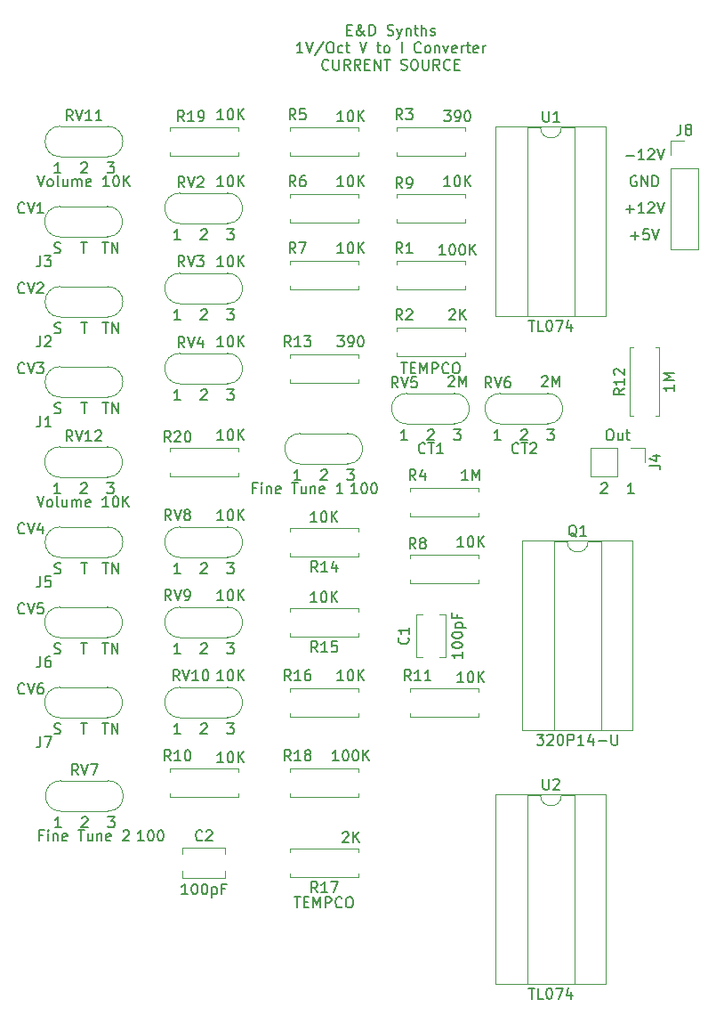
<source format=gto>
%TF.GenerationSoftware,KiCad,Pcbnew,(5.1.12)-1*%
%TF.CreationDate,2021-11-26T16:15:13-08:00*%
%TF.ProjectId,VCF,5643462e-6b69-4636-9164-5f7063625858,rev?*%
%TF.SameCoordinates,Original*%
%TF.FileFunction,Legend,Top*%
%TF.FilePolarity,Positive*%
%FSLAX46Y46*%
G04 Gerber Fmt 4.6, Leading zero omitted, Abs format (unit mm)*
G04 Created by KiCad (PCBNEW (5.1.12)-1) date 2021-11-26 16:15:13*
%MOMM*%
%LPD*%
G01*
G04 APERTURE LIST*
%ADD10C,0.150000*%
%ADD11C,0.120000*%
%ADD12C,1.700000*%
%ADD13O,1.600000X1.600000*%
%ADD14C,1.600000*%
%ADD15O,1.700000X1.700000*%
%ADD16R,1.700000X1.700000*%
%ADD17O,2.400000X1.600000*%
%ADD18R,2.400000X1.600000*%
G04 APERTURE END LIST*
D10*
X115554285Y-53411428D02*
X116316190Y-53411428D01*
X115935238Y-53792380D02*
X115935238Y-53030476D01*
X117268571Y-52792380D02*
X116792380Y-52792380D01*
X116744761Y-53268571D01*
X116792380Y-53220952D01*
X116887619Y-53173333D01*
X117125714Y-53173333D01*
X117220952Y-53220952D01*
X117268571Y-53268571D01*
X117316190Y-53363809D01*
X117316190Y-53601904D01*
X117268571Y-53697142D01*
X117220952Y-53744761D01*
X117125714Y-53792380D01*
X116887619Y-53792380D01*
X116792380Y-53744761D01*
X116744761Y-53697142D01*
X117601904Y-52792380D02*
X117935238Y-53792380D01*
X118268571Y-52792380D01*
X115078095Y-50871428D02*
X115840000Y-50871428D01*
X115459047Y-51252380D02*
X115459047Y-50490476D01*
X116840000Y-51252380D02*
X116268571Y-51252380D01*
X116554285Y-51252380D02*
X116554285Y-50252380D01*
X116459047Y-50395238D01*
X116363809Y-50490476D01*
X116268571Y-50538095D01*
X117220952Y-50347619D02*
X117268571Y-50300000D01*
X117363809Y-50252380D01*
X117601904Y-50252380D01*
X117697142Y-50300000D01*
X117744761Y-50347619D01*
X117792380Y-50442857D01*
X117792380Y-50538095D01*
X117744761Y-50680952D01*
X117173333Y-51252380D01*
X117792380Y-51252380D01*
X118078095Y-50252380D02*
X118411428Y-51252380D01*
X118744761Y-50252380D01*
X116078095Y-47760000D02*
X115982857Y-47712380D01*
X115840000Y-47712380D01*
X115697142Y-47760000D01*
X115601904Y-47855238D01*
X115554285Y-47950476D01*
X115506666Y-48140952D01*
X115506666Y-48283809D01*
X115554285Y-48474285D01*
X115601904Y-48569523D01*
X115697142Y-48664761D01*
X115840000Y-48712380D01*
X115935238Y-48712380D01*
X116078095Y-48664761D01*
X116125714Y-48617142D01*
X116125714Y-48283809D01*
X115935238Y-48283809D01*
X116554285Y-48712380D02*
X116554285Y-47712380D01*
X117125714Y-48712380D01*
X117125714Y-47712380D01*
X117601904Y-48712380D02*
X117601904Y-47712380D01*
X117840000Y-47712380D01*
X117982857Y-47760000D01*
X118078095Y-47855238D01*
X118125714Y-47950476D01*
X118173333Y-48140952D01*
X118173333Y-48283809D01*
X118125714Y-48474285D01*
X118078095Y-48569523D01*
X117982857Y-48664761D01*
X117840000Y-48712380D01*
X117601904Y-48712380D01*
X115078095Y-45791428D02*
X115840000Y-45791428D01*
X116840000Y-46172380D02*
X116268571Y-46172380D01*
X116554285Y-46172380D02*
X116554285Y-45172380D01*
X116459047Y-45315238D01*
X116363809Y-45410476D01*
X116268571Y-45458095D01*
X117220952Y-45267619D02*
X117268571Y-45220000D01*
X117363809Y-45172380D01*
X117601904Y-45172380D01*
X117697142Y-45220000D01*
X117744761Y-45267619D01*
X117792380Y-45362857D01*
X117792380Y-45458095D01*
X117744761Y-45600952D01*
X117173333Y-46172380D01*
X117792380Y-46172380D01*
X118078095Y-45172380D02*
X118411428Y-46172380D01*
X118744761Y-45172380D01*
X83526666Y-116292380D02*
X84098095Y-116292380D01*
X83812380Y-117292380D02*
X83812380Y-116292380D01*
X84431428Y-116768571D02*
X84764761Y-116768571D01*
X84907619Y-117292380D02*
X84431428Y-117292380D01*
X84431428Y-116292380D01*
X84907619Y-116292380D01*
X85336190Y-117292380D02*
X85336190Y-116292380D01*
X85669523Y-117006666D01*
X86002857Y-116292380D01*
X86002857Y-117292380D01*
X86479047Y-117292380D02*
X86479047Y-116292380D01*
X86860000Y-116292380D01*
X86955238Y-116340000D01*
X87002857Y-116387619D01*
X87050476Y-116482857D01*
X87050476Y-116625714D01*
X87002857Y-116720952D01*
X86955238Y-116768571D01*
X86860000Y-116816190D01*
X86479047Y-116816190D01*
X88050476Y-117197142D02*
X88002857Y-117244761D01*
X87860000Y-117292380D01*
X87764761Y-117292380D01*
X87621904Y-117244761D01*
X87526666Y-117149523D01*
X87479047Y-117054285D01*
X87431428Y-116863809D01*
X87431428Y-116720952D01*
X87479047Y-116530476D01*
X87526666Y-116435238D01*
X87621904Y-116340000D01*
X87764761Y-116292380D01*
X87860000Y-116292380D01*
X88002857Y-116340000D01*
X88050476Y-116387619D01*
X88669523Y-116292380D02*
X88860000Y-116292380D01*
X88955238Y-116340000D01*
X89050476Y-116435238D01*
X89098095Y-116625714D01*
X89098095Y-116959047D01*
X89050476Y-117149523D01*
X88955238Y-117244761D01*
X88860000Y-117292380D01*
X88669523Y-117292380D01*
X88574285Y-117244761D01*
X88479047Y-117149523D01*
X88431428Y-116959047D01*
X88431428Y-116625714D01*
X88479047Y-116435238D01*
X88574285Y-116340000D01*
X88669523Y-116292380D01*
X93686666Y-65492380D02*
X94258095Y-65492380D01*
X93972380Y-66492380D02*
X93972380Y-65492380D01*
X94591428Y-65968571D02*
X94924761Y-65968571D01*
X95067619Y-66492380D02*
X94591428Y-66492380D01*
X94591428Y-65492380D01*
X95067619Y-65492380D01*
X95496190Y-66492380D02*
X95496190Y-65492380D01*
X95829523Y-66206666D01*
X96162857Y-65492380D01*
X96162857Y-66492380D01*
X96639047Y-66492380D02*
X96639047Y-65492380D01*
X97020000Y-65492380D01*
X97115238Y-65540000D01*
X97162857Y-65587619D01*
X97210476Y-65682857D01*
X97210476Y-65825714D01*
X97162857Y-65920952D01*
X97115238Y-65968571D01*
X97020000Y-66016190D01*
X96639047Y-66016190D01*
X98210476Y-66397142D02*
X98162857Y-66444761D01*
X98020000Y-66492380D01*
X97924761Y-66492380D01*
X97781904Y-66444761D01*
X97686666Y-66349523D01*
X97639047Y-66254285D01*
X97591428Y-66063809D01*
X97591428Y-65920952D01*
X97639047Y-65730476D01*
X97686666Y-65635238D01*
X97781904Y-65540000D01*
X97924761Y-65492380D01*
X98020000Y-65492380D01*
X98162857Y-65540000D01*
X98210476Y-65587619D01*
X98829523Y-65492380D02*
X99020000Y-65492380D01*
X99115238Y-65540000D01*
X99210476Y-65635238D01*
X99258095Y-65825714D01*
X99258095Y-66159047D01*
X99210476Y-66349523D01*
X99115238Y-66444761D01*
X99020000Y-66492380D01*
X98829523Y-66492380D01*
X98734285Y-66444761D01*
X98639047Y-66349523D01*
X98591428Y-66159047D01*
X98591428Y-65825714D01*
X98639047Y-65635238D01*
X98734285Y-65540000D01*
X98829523Y-65492380D01*
X113466666Y-71842380D02*
X113657142Y-71842380D01*
X113752380Y-71890000D01*
X113847619Y-71985238D01*
X113895238Y-72175714D01*
X113895238Y-72509047D01*
X113847619Y-72699523D01*
X113752380Y-72794761D01*
X113657142Y-72842380D01*
X113466666Y-72842380D01*
X113371428Y-72794761D01*
X113276190Y-72699523D01*
X113228571Y-72509047D01*
X113228571Y-72175714D01*
X113276190Y-71985238D01*
X113371428Y-71890000D01*
X113466666Y-71842380D01*
X114752380Y-72175714D02*
X114752380Y-72842380D01*
X114323809Y-72175714D02*
X114323809Y-72699523D01*
X114371428Y-72794761D01*
X114466666Y-72842380D01*
X114609523Y-72842380D01*
X114704761Y-72794761D01*
X114752380Y-72747142D01*
X115085714Y-72175714D02*
X115466666Y-72175714D01*
X115228571Y-71842380D02*
X115228571Y-72699523D01*
X115276190Y-72794761D01*
X115371428Y-72842380D01*
X115466666Y-72842380D01*
X59571428Y-110418571D02*
X59238095Y-110418571D01*
X59238095Y-110942380D02*
X59238095Y-109942380D01*
X59714285Y-109942380D01*
X60095238Y-110942380D02*
X60095238Y-110275714D01*
X60095238Y-109942380D02*
X60047619Y-109990000D01*
X60095238Y-110037619D01*
X60142857Y-109990000D01*
X60095238Y-109942380D01*
X60095238Y-110037619D01*
X60571428Y-110275714D02*
X60571428Y-110942380D01*
X60571428Y-110370952D02*
X60619047Y-110323333D01*
X60714285Y-110275714D01*
X60857142Y-110275714D01*
X60952380Y-110323333D01*
X61000000Y-110418571D01*
X61000000Y-110942380D01*
X61857142Y-110894761D02*
X61761904Y-110942380D01*
X61571428Y-110942380D01*
X61476190Y-110894761D01*
X61428571Y-110799523D01*
X61428571Y-110418571D01*
X61476190Y-110323333D01*
X61571428Y-110275714D01*
X61761904Y-110275714D01*
X61857142Y-110323333D01*
X61904761Y-110418571D01*
X61904761Y-110513809D01*
X61428571Y-110609047D01*
X62952380Y-109942380D02*
X63523809Y-109942380D01*
X63238095Y-110942380D02*
X63238095Y-109942380D01*
X64285714Y-110275714D02*
X64285714Y-110942380D01*
X63857142Y-110275714D02*
X63857142Y-110799523D01*
X63904761Y-110894761D01*
X64000000Y-110942380D01*
X64142857Y-110942380D01*
X64238095Y-110894761D01*
X64285714Y-110847142D01*
X64761904Y-110275714D02*
X64761904Y-110942380D01*
X64761904Y-110370952D02*
X64809523Y-110323333D01*
X64904761Y-110275714D01*
X65047619Y-110275714D01*
X65142857Y-110323333D01*
X65190476Y-110418571D01*
X65190476Y-110942380D01*
X66047619Y-110894761D02*
X65952380Y-110942380D01*
X65761904Y-110942380D01*
X65666666Y-110894761D01*
X65619047Y-110799523D01*
X65619047Y-110418571D01*
X65666666Y-110323333D01*
X65761904Y-110275714D01*
X65952380Y-110275714D01*
X66047619Y-110323333D01*
X66095238Y-110418571D01*
X66095238Y-110513809D01*
X65619047Y-110609047D01*
X67238095Y-110037619D02*
X67285714Y-109990000D01*
X67380952Y-109942380D01*
X67619047Y-109942380D01*
X67714285Y-109990000D01*
X67761904Y-110037619D01*
X67809523Y-110132857D01*
X67809523Y-110228095D01*
X67761904Y-110370952D01*
X67190476Y-110942380D01*
X67809523Y-110942380D01*
X112744285Y-77017619D02*
X112791904Y-76970000D01*
X112887142Y-76922380D01*
X113125238Y-76922380D01*
X113220476Y-76970000D01*
X113268095Y-77017619D01*
X113315714Y-77112857D01*
X113315714Y-77208095D01*
X113268095Y-77350952D01*
X112696666Y-77922380D01*
X113315714Y-77922380D01*
X115855714Y-77922380D02*
X115284285Y-77922380D01*
X115570000Y-77922380D02*
X115570000Y-76922380D01*
X115474761Y-77065238D01*
X115379523Y-77160476D01*
X115284285Y-77208095D01*
X104862380Y-74017142D02*
X104814761Y-74064761D01*
X104671904Y-74112380D01*
X104576666Y-74112380D01*
X104433809Y-74064761D01*
X104338571Y-73969523D01*
X104290952Y-73874285D01*
X104243333Y-73683809D01*
X104243333Y-73540952D01*
X104290952Y-73350476D01*
X104338571Y-73255238D01*
X104433809Y-73160000D01*
X104576666Y-73112380D01*
X104671904Y-73112380D01*
X104814761Y-73160000D01*
X104862380Y-73207619D01*
X105148095Y-73112380D02*
X105719523Y-73112380D01*
X105433809Y-74112380D02*
X105433809Y-73112380D01*
X106005238Y-73207619D02*
X106052857Y-73160000D01*
X106148095Y-73112380D01*
X106386190Y-73112380D01*
X106481428Y-73160000D01*
X106529047Y-73207619D01*
X106576666Y-73302857D01*
X106576666Y-73398095D01*
X106529047Y-73540952D01*
X105957619Y-74112380D01*
X106576666Y-74112380D01*
X95972380Y-74017142D02*
X95924761Y-74064761D01*
X95781904Y-74112380D01*
X95686666Y-74112380D01*
X95543809Y-74064761D01*
X95448571Y-73969523D01*
X95400952Y-73874285D01*
X95353333Y-73683809D01*
X95353333Y-73540952D01*
X95400952Y-73350476D01*
X95448571Y-73255238D01*
X95543809Y-73160000D01*
X95686666Y-73112380D01*
X95781904Y-73112380D01*
X95924761Y-73160000D01*
X95972380Y-73207619D01*
X96258095Y-73112380D02*
X96829523Y-73112380D01*
X96543809Y-74112380D02*
X96543809Y-73112380D01*
X97686666Y-74112380D02*
X97115238Y-74112380D01*
X97400952Y-74112380D02*
X97400952Y-73112380D01*
X97305714Y-73255238D01*
X97210476Y-73350476D01*
X97115238Y-73398095D01*
X88543333Y-33838571D02*
X88876666Y-33838571D01*
X89019523Y-34362380D02*
X88543333Y-34362380D01*
X88543333Y-33362380D01*
X89019523Y-33362380D01*
X90257619Y-34362380D02*
X90210000Y-34362380D01*
X90114761Y-34314761D01*
X89971904Y-34171904D01*
X89733809Y-33886190D01*
X89638571Y-33743333D01*
X89590952Y-33600476D01*
X89590952Y-33505238D01*
X89638571Y-33410000D01*
X89733809Y-33362380D01*
X89781428Y-33362380D01*
X89876666Y-33410000D01*
X89924285Y-33505238D01*
X89924285Y-33552857D01*
X89876666Y-33648095D01*
X89829047Y-33695714D01*
X89543333Y-33886190D01*
X89495714Y-33933809D01*
X89448095Y-34029047D01*
X89448095Y-34171904D01*
X89495714Y-34267142D01*
X89543333Y-34314761D01*
X89638571Y-34362380D01*
X89781428Y-34362380D01*
X89876666Y-34314761D01*
X89924285Y-34267142D01*
X90067142Y-34076666D01*
X90114761Y-33933809D01*
X90114761Y-33838571D01*
X90686190Y-34362380D02*
X90686190Y-33362380D01*
X90924285Y-33362380D01*
X91067142Y-33410000D01*
X91162380Y-33505238D01*
X91210000Y-33600476D01*
X91257619Y-33790952D01*
X91257619Y-33933809D01*
X91210000Y-34124285D01*
X91162380Y-34219523D01*
X91067142Y-34314761D01*
X90924285Y-34362380D01*
X90686190Y-34362380D01*
X92400476Y-34314761D02*
X92543333Y-34362380D01*
X92781428Y-34362380D01*
X92876666Y-34314761D01*
X92924285Y-34267142D01*
X92971904Y-34171904D01*
X92971904Y-34076666D01*
X92924285Y-33981428D01*
X92876666Y-33933809D01*
X92781428Y-33886190D01*
X92590952Y-33838571D01*
X92495714Y-33790952D01*
X92448095Y-33743333D01*
X92400476Y-33648095D01*
X92400476Y-33552857D01*
X92448095Y-33457619D01*
X92495714Y-33410000D01*
X92590952Y-33362380D01*
X92829047Y-33362380D01*
X92971904Y-33410000D01*
X93305238Y-33695714D02*
X93543333Y-34362380D01*
X93781428Y-33695714D02*
X93543333Y-34362380D01*
X93448095Y-34600476D01*
X93400476Y-34648095D01*
X93305238Y-34695714D01*
X94162380Y-33695714D02*
X94162380Y-34362380D01*
X94162380Y-33790952D02*
X94210000Y-33743333D01*
X94305238Y-33695714D01*
X94448095Y-33695714D01*
X94543333Y-33743333D01*
X94590952Y-33838571D01*
X94590952Y-34362380D01*
X94924285Y-33695714D02*
X95305238Y-33695714D01*
X95067142Y-33362380D02*
X95067142Y-34219523D01*
X95114761Y-34314761D01*
X95210000Y-34362380D01*
X95305238Y-34362380D01*
X95638571Y-34362380D02*
X95638571Y-33362380D01*
X96067142Y-34362380D02*
X96067142Y-33838571D01*
X96019523Y-33743333D01*
X95924285Y-33695714D01*
X95781428Y-33695714D01*
X95686190Y-33743333D01*
X95638571Y-33790952D01*
X96495714Y-34314761D02*
X96590952Y-34362380D01*
X96781428Y-34362380D01*
X96876666Y-34314761D01*
X96924285Y-34219523D01*
X96924285Y-34171904D01*
X96876666Y-34076666D01*
X96781428Y-34029047D01*
X96638571Y-34029047D01*
X96543333Y-33981428D01*
X96495714Y-33886190D01*
X96495714Y-33838571D01*
X96543333Y-33743333D01*
X96638571Y-33695714D01*
X96781428Y-33695714D01*
X96876666Y-33743333D01*
X84329047Y-36012380D02*
X83757619Y-36012380D01*
X84043333Y-36012380D02*
X84043333Y-35012380D01*
X83948095Y-35155238D01*
X83852857Y-35250476D01*
X83757619Y-35298095D01*
X84614761Y-35012380D02*
X84948095Y-36012380D01*
X85281428Y-35012380D01*
X86329047Y-34964761D02*
X85471904Y-36250476D01*
X86852857Y-35012380D02*
X87043333Y-35012380D01*
X87138571Y-35060000D01*
X87233809Y-35155238D01*
X87281428Y-35345714D01*
X87281428Y-35679047D01*
X87233809Y-35869523D01*
X87138571Y-35964761D01*
X87043333Y-36012380D01*
X86852857Y-36012380D01*
X86757619Y-35964761D01*
X86662380Y-35869523D01*
X86614761Y-35679047D01*
X86614761Y-35345714D01*
X86662380Y-35155238D01*
X86757619Y-35060000D01*
X86852857Y-35012380D01*
X88138571Y-35964761D02*
X88043333Y-36012380D01*
X87852857Y-36012380D01*
X87757619Y-35964761D01*
X87710000Y-35917142D01*
X87662380Y-35821904D01*
X87662380Y-35536190D01*
X87710000Y-35440952D01*
X87757619Y-35393333D01*
X87852857Y-35345714D01*
X88043333Y-35345714D01*
X88138571Y-35393333D01*
X88424285Y-35345714D02*
X88805238Y-35345714D01*
X88567142Y-35012380D02*
X88567142Y-35869523D01*
X88614761Y-35964761D01*
X88710000Y-36012380D01*
X88805238Y-36012380D01*
X89757619Y-35012380D02*
X90090952Y-36012380D01*
X90424285Y-35012380D01*
X91376666Y-35345714D02*
X91757619Y-35345714D01*
X91519523Y-35012380D02*
X91519523Y-35869523D01*
X91567142Y-35964761D01*
X91662380Y-36012380D01*
X91757619Y-36012380D01*
X92233809Y-36012380D02*
X92138571Y-35964761D01*
X92090952Y-35917142D01*
X92043333Y-35821904D01*
X92043333Y-35536190D01*
X92090952Y-35440952D01*
X92138571Y-35393333D01*
X92233809Y-35345714D01*
X92376666Y-35345714D01*
X92471904Y-35393333D01*
X92519523Y-35440952D01*
X92567142Y-35536190D01*
X92567142Y-35821904D01*
X92519523Y-35917142D01*
X92471904Y-35964761D01*
X92376666Y-36012380D01*
X92233809Y-36012380D01*
X93757619Y-36012380D02*
X93757619Y-35012380D01*
X95567142Y-35917142D02*
X95519523Y-35964761D01*
X95376666Y-36012380D01*
X95281428Y-36012380D01*
X95138571Y-35964761D01*
X95043333Y-35869523D01*
X94995714Y-35774285D01*
X94948095Y-35583809D01*
X94948095Y-35440952D01*
X94995714Y-35250476D01*
X95043333Y-35155238D01*
X95138571Y-35060000D01*
X95281428Y-35012380D01*
X95376666Y-35012380D01*
X95519523Y-35060000D01*
X95567142Y-35107619D01*
X96138571Y-36012380D02*
X96043333Y-35964761D01*
X95995714Y-35917142D01*
X95948095Y-35821904D01*
X95948095Y-35536190D01*
X95995714Y-35440952D01*
X96043333Y-35393333D01*
X96138571Y-35345714D01*
X96281428Y-35345714D01*
X96376666Y-35393333D01*
X96424285Y-35440952D01*
X96471904Y-35536190D01*
X96471904Y-35821904D01*
X96424285Y-35917142D01*
X96376666Y-35964761D01*
X96281428Y-36012380D01*
X96138571Y-36012380D01*
X96900476Y-35345714D02*
X96900476Y-36012380D01*
X96900476Y-35440952D02*
X96948095Y-35393333D01*
X97043333Y-35345714D01*
X97186190Y-35345714D01*
X97281428Y-35393333D01*
X97329047Y-35488571D01*
X97329047Y-36012380D01*
X97710000Y-35345714D02*
X97948095Y-36012380D01*
X98186190Y-35345714D01*
X98948095Y-35964761D02*
X98852857Y-36012380D01*
X98662380Y-36012380D01*
X98567142Y-35964761D01*
X98519523Y-35869523D01*
X98519523Y-35488571D01*
X98567142Y-35393333D01*
X98662380Y-35345714D01*
X98852857Y-35345714D01*
X98948095Y-35393333D01*
X98995714Y-35488571D01*
X98995714Y-35583809D01*
X98519523Y-35679047D01*
X99424285Y-36012380D02*
X99424285Y-35345714D01*
X99424285Y-35536190D02*
X99471904Y-35440952D01*
X99519523Y-35393333D01*
X99614761Y-35345714D01*
X99709999Y-35345714D01*
X99900476Y-35345714D02*
X100281428Y-35345714D01*
X100043333Y-35012380D02*
X100043333Y-35869523D01*
X100090952Y-35964761D01*
X100186190Y-36012380D01*
X100281428Y-36012380D01*
X100995714Y-35964761D02*
X100900476Y-36012380D01*
X100709999Y-36012380D01*
X100614761Y-35964761D01*
X100567142Y-35869523D01*
X100567142Y-35488571D01*
X100614761Y-35393333D01*
X100709999Y-35345714D01*
X100900476Y-35345714D01*
X100995714Y-35393333D01*
X101043333Y-35488571D01*
X101043333Y-35583809D01*
X100567142Y-35679047D01*
X101471904Y-36012380D02*
X101471904Y-35345714D01*
X101471904Y-35536190D02*
X101519523Y-35440952D01*
X101567142Y-35393333D01*
X101662380Y-35345714D01*
X101757619Y-35345714D01*
X86781428Y-37567142D02*
X86733809Y-37614761D01*
X86590952Y-37662380D01*
X86495714Y-37662380D01*
X86352857Y-37614761D01*
X86257619Y-37519523D01*
X86210000Y-37424285D01*
X86162380Y-37233809D01*
X86162380Y-37090952D01*
X86210000Y-36900476D01*
X86257619Y-36805238D01*
X86352857Y-36710000D01*
X86495714Y-36662380D01*
X86590952Y-36662380D01*
X86733809Y-36710000D01*
X86781428Y-36757619D01*
X87210000Y-36662380D02*
X87210000Y-37471904D01*
X87257619Y-37567142D01*
X87305238Y-37614761D01*
X87400476Y-37662380D01*
X87590952Y-37662380D01*
X87686190Y-37614761D01*
X87733809Y-37567142D01*
X87781428Y-37471904D01*
X87781428Y-36662380D01*
X88829047Y-37662380D02*
X88495714Y-37186190D01*
X88257619Y-37662380D02*
X88257619Y-36662380D01*
X88638571Y-36662380D01*
X88733809Y-36710000D01*
X88781428Y-36757619D01*
X88829047Y-36852857D01*
X88829047Y-36995714D01*
X88781428Y-37090952D01*
X88733809Y-37138571D01*
X88638571Y-37186190D01*
X88257619Y-37186190D01*
X89829047Y-37662380D02*
X89495714Y-37186190D01*
X89257619Y-37662380D02*
X89257619Y-36662380D01*
X89638571Y-36662380D01*
X89733809Y-36710000D01*
X89781428Y-36757619D01*
X89829047Y-36852857D01*
X89829047Y-36995714D01*
X89781428Y-37090952D01*
X89733809Y-37138571D01*
X89638571Y-37186190D01*
X89257619Y-37186190D01*
X90257619Y-37138571D02*
X90590952Y-37138571D01*
X90733809Y-37662380D02*
X90257619Y-37662380D01*
X90257619Y-36662380D01*
X90733809Y-36662380D01*
X91162380Y-37662380D02*
X91162380Y-36662380D01*
X91733809Y-37662380D01*
X91733809Y-36662380D01*
X92067142Y-36662380D02*
X92638571Y-36662380D01*
X92352857Y-37662380D02*
X92352857Y-36662380D01*
X93686190Y-37614761D02*
X93829047Y-37662380D01*
X94067142Y-37662380D01*
X94162380Y-37614761D01*
X94210000Y-37567142D01*
X94257619Y-37471904D01*
X94257619Y-37376666D01*
X94210000Y-37281428D01*
X94162380Y-37233809D01*
X94067142Y-37186190D01*
X93876666Y-37138571D01*
X93781428Y-37090952D01*
X93733809Y-37043333D01*
X93686190Y-36948095D01*
X93686190Y-36852857D01*
X93733809Y-36757619D01*
X93781428Y-36710000D01*
X93876666Y-36662380D01*
X94114761Y-36662380D01*
X94257619Y-36710000D01*
X94876666Y-36662380D02*
X95067142Y-36662380D01*
X95162380Y-36710000D01*
X95257619Y-36805238D01*
X95305238Y-36995714D01*
X95305238Y-37329047D01*
X95257619Y-37519523D01*
X95162380Y-37614761D01*
X95067142Y-37662380D01*
X94876666Y-37662380D01*
X94781428Y-37614761D01*
X94686190Y-37519523D01*
X94638571Y-37329047D01*
X94638571Y-36995714D01*
X94686190Y-36805238D01*
X94781428Y-36710000D01*
X94876666Y-36662380D01*
X95733809Y-36662380D02*
X95733809Y-37471904D01*
X95781428Y-37567142D01*
X95829047Y-37614761D01*
X95924285Y-37662380D01*
X96114761Y-37662380D01*
X96210000Y-37614761D01*
X96257619Y-37567142D01*
X96305238Y-37471904D01*
X96305238Y-36662380D01*
X97352857Y-37662380D02*
X97019523Y-37186190D01*
X96781428Y-37662380D02*
X96781428Y-36662380D01*
X97162380Y-36662380D01*
X97257619Y-36710000D01*
X97305238Y-36757619D01*
X97352857Y-36852857D01*
X97352857Y-36995714D01*
X97305238Y-37090952D01*
X97257619Y-37138571D01*
X97162380Y-37186190D01*
X96781428Y-37186190D01*
X98352857Y-37567142D02*
X98305238Y-37614761D01*
X98162380Y-37662380D01*
X98067142Y-37662380D01*
X97924285Y-37614761D01*
X97829047Y-37519523D01*
X97781428Y-37424285D01*
X97733809Y-37233809D01*
X97733809Y-37090952D01*
X97781428Y-36900476D01*
X97829047Y-36805238D01*
X97924285Y-36710000D01*
X98067142Y-36662380D01*
X98162380Y-36662380D01*
X98305238Y-36710000D01*
X98352857Y-36757619D01*
X98781428Y-37138571D02*
X99114761Y-37138571D01*
X99257619Y-37662380D02*
X98781428Y-37662380D01*
X98781428Y-36662380D01*
X99257619Y-36662380D01*
D11*
%TO.C,RV12*%
X61210000Y-73480000D02*
X65710000Y-73480000D01*
X61210000Y-76380000D02*
X65710000Y-76380000D01*
X65710000Y-76380000D02*
G75*
G03*
X65710000Y-73480000I0J1450000D01*
G01*
X61210000Y-76380000D02*
G75*
G02*
X61210000Y-73480000I0J1450000D01*
G01*
%TO.C,RV11*%
X61250000Y-43000000D02*
X65750000Y-43000000D01*
X61250000Y-45900000D02*
X65750000Y-45900000D01*
X65750000Y-45900000D02*
G75*
G03*
X65750000Y-43000000I0J1450000D01*
G01*
X61250000Y-45900000D02*
G75*
G02*
X61250000Y-43000000I0J1450000D01*
G01*
%TO.C,RV10*%
X72640000Y-96340000D02*
X77140000Y-96340000D01*
X72640000Y-99240000D02*
X77140000Y-99240000D01*
X77140000Y-99240000D02*
G75*
G03*
X77140000Y-96340000I0J1450000D01*
G01*
X72640000Y-99240000D02*
G75*
G02*
X72640000Y-96340000I0J1450000D01*
G01*
%TO.C,RV9*%
X72640000Y-88720000D02*
X77140000Y-88720000D01*
X72640000Y-91620000D02*
X77140000Y-91620000D01*
X77140000Y-91620000D02*
G75*
G03*
X77140000Y-88720000I0J1450000D01*
G01*
X72640000Y-91620000D02*
G75*
G02*
X72640000Y-88720000I0J1450000D01*
G01*
%TO.C,RV8*%
X72640000Y-81100000D02*
X77140000Y-81100000D01*
X72640000Y-84000000D02*
X77140000Y-84000000D01*
X77140000Y-84000000D02*
G75*
G03*
X77140000Y-81100000I0J1450000D01*
G01*
X72640000Y-84000000D02*
G75*
G02*
X72640000Y-81100000I0J1450000D01*
G01*
%TO.C,RV7*%
X61290000Y-105230000D02*
X65790000Y-105230000D01*
X61290000Y-108130000D02*
X65790000Y-108130000D01*
X65790000Y-108130000D02*
G75*
G03*
X65790000Y-105230000I0J1450000D01*
G01*
X61290000Y-108130000D02*
G75*
G02*
X61290000Y-105230000I0J1450000D01*
G01*
%TO.C,RV6*%
X103120000Y-68400000D02*
X107620000Y-68400000D01*
X103120000Y-71300000D02*
X107620000Y-71300000D01*
X107620000Y-71300000D02*
G75*
G03*
X107620000Y-68400000I0J1450000D01*
G01*
X103120000Y-71300000D02*
G75*
G02*
X103120000Y-68400000I0J1450000D01*
G01*
%TO.C,RV5*%
X94230000Y-68400000D02*
X98730000Y-68400000D01*
X94230000Y-71300000D02*
X98730000Y-71300000D01*
X98730000Y-71300000D02*
G75*
G03*
X98730000Y-68400000I0J1450000D01*
G01*
X94230000Y-71300000D02*
G75*
G02*
X94230000Y-68400000I0J1450000D01*
G01*
%TO.C,RV4*%
X72640000Y-64590000D02*
X77140000Y-64590000D01*
X72640000Y-67490000D02*
X77140000Y-67490000D01*
X77140000Y-67490000D02*
G75*
G03*
X77140000Y-64590000I0J1450000D01*
G01*
X72640000Y-67490000D02*
G75*
G02*
X72640000Y-64590000I0J1450000D01*
G01*
%TO.C,RV3*%
X72640000Y-56970000D02*
X77140000Y-56970000D01*
X72640000Y-59870000D02*
X77140000Y-59870000D01*
X77140000Y-59870000D02*
G75*
G03*
X77140000Y-56970000I0J1450000D01*
G01*
X72640000Y-59870000D02*
G75*
G02*
X72640000Y-56970000I0J1450000D01*
G01*
%TO.C,RV2*%
X72640000Y-49350000D02*
X77140000Y-49350000D01*
X72640000Y-52250000D02*
X77140000Y-52250000D01*
X77140000Y-52250000D02*
G75*
G03*
X77140000Y-49350000I0J1450000D01*
G01*
X72640000Y-52250000D02*
G75*
G02*
X72640000Y-49350000I0J1450000D01*
G01*
%TO.C,Fine Tune 1*%
X84070000Y-72210000D02*
X88570000Y-72210000D01*
X84070000Y-75110000D02*
X88570000Y-75110000D01*
X88570000Y-75110000D02*
G75*
G03*
X88570000Y-72210000I0J1450000D01*
G01*
X84070000Y-75110000D02*
G75*
G02*
X84070000Y-72210000I0J1450000D01*
G01*
%TO.C,J7*%
X61210000Y-96340000D02*
X65710000Y-96340000D01*
X61210000Y-99240000D02*
X65710000Y-99240000D01*
X65710000Y-99240000D02*
G75*
G03*
X65710000Y-96340000I0J1450000D01*
G01*
X61210000Y-99240000D02*
G75*
G02*
X61210000Y-96340000I0J1450000D01*
G01*
%TO.C,J6*%
X61210000Y-88720000D02*
X65710000Y-88720000D01*
X61210000Y-91620000D02*
X65710000Y-91620000D01*
X65710000Y-91620000D02*
G75*
G03*
X65710000Y-88720000I0J1450000D01*
G01*
X61210000Y-91620000D02*
G75*
G02*
X61210000Y-88720000I0J1450000D01*
G01*
%TO.C,J5*%
X61250000Y-81100000D02*
X65750000Y-81100000D01*
X61250000Y-84000000D02*
X65750000Y-84000000D01*
X65750000Y-84000000D02*
G75*
G03*
X65750000Y-81100000I0J1450000D01*
G01*
X61250000Y-84000000D02*
G75*
G02*
X61250000Y-81100000I0J1450000D01*
G01*
%TO.C,J3*%
X61210000Y-50620000D02*
X65710000Y-50620000D01*
X61210000Y-53520000D02*
X65710000Y-53520000D01*
X65710000Y-53520000D02*
G75*
G03*
X65710000Y-50620000I0J1450000D01*
G01*
X61210000Y-53520000D02*
G75*
G02*
X61210000Y-50620000I0J1450000D01*
G01*
%TO.C,J2*%
X61250000Y-58240000D02*
X65750000Y-58240000D01*
X61250000Y-61140000D02*
X65750000Y-61140000D01*
X65750000Y-61140000D02*
G75*
G03*
X65750000Y-58240000I0J1450000D01*
G01*
X61250000Y-61140000D02*
G75*
G02*
X61250000Y-58240000I0J1450000D01*
G01*
%TO.C,J1*%
X61250000Y-65860000D02*
X65750000Y-65860000D01*
X61250000Y-68760000D02*
X65750000Y-68760000D01*
X65750000Y-68760000D02*
G75*
G03*
X65750000Y-65860000I0J1450000D01*
G01*
X61250000Y-68760000D02*
G75*
G02*
X61250000Y-65860000I0J1450000D01*
G01*
%TO.C,R20*%
X78200000Y-76300000D02*
X78200000Y-75970000D01*
X71660000Y-76300000D02*
X78200000Y-76300000D01*
X71660000Y-75970000D02*
X71660000Y-76300000D01*
X78200000Y-73560000D02*
X78200000Y-73890000D01*
X71660000Y-73560000D02*
X78200000Y-73560000D01*
X71660000Y-73890000D02*
X71660000Y-73560000D01*
%TO.C,R19*%
X78200000Y-45820000D02*
X78200000Y-45490000D01*
X71660000Y-45820000D02*
X78200000Y-45820000D01*
X71660000Y-45490000D02*
X71660000Y-45820000D01*
X78200000Y-43080000D02*
X78200000Y-43410000D01*
X71660000Y-43080000D02*
X78200000Y-43080000D01*
X71660000Y-43410000D02*
X71660000Y-43080000D01*
%TO.C,J8*%
X119320000Y-44390000D02*
X120650000Y-44390000D01*
X119320000Y-45720000D02*
X119320000Y-44390000D01*
X119320000Y-46990000D02*
X121980000Y-46990000D01*
X121980000Y-46990000D02*
X121980000Y-54670000D01*
X119320000Y-46990000D02*
X119320000Y-54670000D01*
X119320000Y-54670000D02*
X121980000Y-54670000D01*
%TO.C,U2*%
X106950000Y-106620000D02*
X105700000Y-106620000D01*
X105700000Y-106620000D02*
X105700000Y-124520000D01*
X105700000Y-124520000D02*
X110200000Y-124520000D01*
X110200000Y-124520000D02*
X110200000Y-106620000D01*
X110200000Y-106620000D02*
X108950000Y-106620000D01*
X102700000Y-106560000D02*
X102700000Y-124580000D01*
X102700000Y-124580000D02*
X113200000Y-124580000D01*
X113200000Y-124580000D02*
X113200000Y-106560000D01*
X113200000Y-106560000D02*
X102700000Y-106560000D01*
X108950000Y-106620000D02*
G75*
G02*
X106950000Y-106620000I-1000000J0D01*
G01*
%TO.C,U1*%
X106950000Y-43120000D02*
X105700000Y-43120000D01*
X105700000Y-43120000D02*
X105700000Y-61020000D01*
X105700000Y-61020000D02*
X110200000Y-61020000D01*
X110200000Y-61020000D02*
X110200000Y-43120000D01*
X110200000Y-43120000D02*
X108950000Y-43120000D01*
X102700000Y-43060000D02*
X102700000Y-61080000D01*
X102700000Y-61080000D02*
X113200000Y-61080000D01*
X113200000Y-61080000D02*
X113200000Y-43060000D01*
X113200000Y-43060000D02*
X102700000Y-43060000D01*
X108950000Y-43120000D02*
G75*
G02*
X106950000Y-43120000I-1000000J0D01*
G01*
%TO.C,R18*%
X83090000Y-104370000D02*
X83090000Y-104040000D01*
X83090000Y-104040000D02*
X89630000Y-104040000D01*
X89630000Y-104040000D02*
X89630000Y-104370000D01*
X83090000Y-106450000D02*
X83090000Y-106780000D01*
X83090000Y-106780000D02*
X89630000Y-106780000D01*
X89630000Y-106780000D02*
X89630000Y-106450000D01*
%TO.C,R17*%
X89630000Y-114070000D02*
X89630000Y-114400000D01*
X89630000Y-114400000D02*
X83090000Y-114400000D01*
X83090000Y-114400000D02*
X83090000Y-114070000D01*
X89630000Y-111990000D02*
X89630000Y-111660000D01*
X89630000Y-111660000D02*
X83090000Y-111660000D01*
X83090000Y-111660000D02*
X83090000Y-111990000D01*
%TO.C,R16*%
X89630000Y-98830000D02*
X89630000Y-99160000D01*
X89630000Y-99160000D02*
X83090000Y-99160000D01*
X83090000Y-99160000D02*
X83090000Y-98830000D01*
X89630000Y-96750000D02*
X89630000Y-96420000D01*
X89630000Y-96420000D02*
X83090000Y-96420000D01*
X83090000Y-96420000D02*
X83090000Y-96750000D01*
%TO.C,R15*%
X89630000Y-91210000D02*
X89630000Y-91540000D01*
X89630000Y-91540000D02*
X83090000Y-91540000D01*
X83090000Y-91540000D02*
X83090000Y-91210000D01*
X89630000Y-89130000D02*
X89630000Y-88800000D01*
X89630000Y-88800000D02*
X83090000Y-88800000D01*
X83090000Y-88800000D02*
X83090000Y-89130000D01*
%TO.C,R14*%
X89630000Y-83590000D02*
X89630000Y-83920000D01*
X89630000Y-83920000D02*
X83090000Y-83920000D01*
X83090000Y-83920000D02*
X83090000Y-83590000D01*
X89630000Y-81510000D02*
X89630000Y-81180000D01*
X89630000Y-81180000D02*
X83090000Y-81180000D01*
X83090000Y-81180000D02*
X83090000Y-81510000D01*
%TO.C,R13*%
X83090000Y-65000000D02*
X83090000Y-64670000D01*
X83090000Y-64670000D02*
X89630000Y-64670000D01*
X89630000Y-64670000D02*
X89630000Y-65000000D01*
X83090000Y-67080000D02*
X83090000Y-67410000D01*
X83090000Y-67410000D02*
X89630000Y-67410000D01*
X89630000Y-67410000D02*
X89630000Y-67080000D01*
%TO.C,R12*%
X115800000Y-70580000D02*
X115470000Y-70580000D01*
X115470000Y-70580000D02*
X115470000Y-64040000D01*
X115470000Y-64040000D02*
X115800000Y-64040000D01*
X117880000Y-70580000D02*
X118210000Y-70580000D01*
X118210000Y-70580000D02*
X118210000Y-64040000D01*
X118210000Y-64040000D02*
X117880000Y-64040000D01*
%TO.C,R11*%
X101060000Y-98830000D02*
X101060000Y-99160000D01*
X101060000Y-99160000D02*
X94520000Y-99160000D01*
X94520000Y-99160000D02*
X94520000Y-98830000D01*
X101060000Y-96750000D02*
X101060000Y-96420000D01*
X101060000Y-96420000D02*
X94520000Y-96420000D01*
X94520000Y-96420000D02*
X94520000Y-96750000D01*
%TO.C,R10*%
X78200000Y-106450000D02*
X78200000Y-106780000D01*
X78200000Y-106780000D02*
X71660000Y-106780000D01*
X71660000Y-106780000D02*
X71660000Y-106450000D01*
X78200000Y-104370000D02*
X78200000Y-104040000D01*
X78200000Y-104040000D02*
X71660000Y-104040000D01*
X71660000Y-104040000D02*
X71660000Y-104370000D01*
%TO.C,R9*%
X93250000Y-49760000D02*
X93250000Y-49430000D01*
X93250000Y-49430000D02*
X99790000Y-49430000D01*
X99790000Y-49430000D02*
X99790000Y-49760000D01*
X93250000Y-51840000D02*
X93250000Y-52170000D01*
X93250000Y-52170000D02*
X99790000Y-52170000D01*
X99790000Y-52170000D02*
X99790000Y-51840000D01*
%TO.C,R8*%
X94520000Y-84050000D02*
X94520000Y-83720000D01*
X94520000Y-83720000D02*
X101060000Y-83720000D01*
X101060000Y-83720000D02*
X101060000Y-84050000D01*
X94520000Y-86130000D02*
X94520000Y-86460000D01*
X94520000Y-86460000D02*
X101060000Y-86460000D01*
X101060000Y-86460000D02*
X101060000Y-86130000D01*
%TO.C,R7*%
X89630000Y-58190000D02*
X89630000Y-58520000D01*
X89630000Y-58520000D02*
X83090000Y-58520000D01*
X83090000Y-58520000D02*
X83090000Y-58190000D01*
X89630000Y-56110000D02*
X89630000Y-55780000D01*
X89630000Y-55780000D02*
X83090000Y-55780000D01*
X83090000Y-55780000D02*
X83090000Y-56110000D01*
%TO.C,R6*%
X89630000Y-51840000D02*
X89630000Y-52170000D01*
X89630000Y-52170000D02*
X83090000Y-52170000D01*
X83090000Y-52170000D02*
X83090000Y-51840000D01*
X89630000Y-49760000D02*
X89630000Y-49430000D01*
X89630000Y-49430000D02*
X83090000Y-49430000D01*
X83090000Y-49430000D02*
X83090000Y-49760000D01*
%TO.C,R5*%
X89630000Y-45490000D02*
X89630000Y-45820000D01*
X89630000Y-45820000D02*
X83090000Y-45820000D01*
X83090000Y-45820000D02*
X83090000Y-45490000D01*
X89630000Y-43410000D02*
X89630000Y-43080000D01*
X89630000Y-43080000D02*
X83090000Y-43080000D01*
X83090000Y-43080000D02*
X83090000Y-43410000D01*
%TO.C,R4*%
X94520000Y-77700000D02*
X94520000Y-77370000D01*
X94520000Y-77370000D02*
X101060000Y-77370000D01*
X101060000Y-77370000D02*
X101060000Y-77700000D01*
X94520000Y-79780000D02*
X94520000Y-80110000D01*
X94520000Y-80110000D02*
X101060000Y-80110000D01*
X101060000Y-80110000D02*
X101060000Y-79780000D01*
%TO.C,R3*%
X99790000Y-45490000D02*
X99790000Y-45820000D01*
X99790000Y-45820000D02*
X93250000Y-45820000D01*
X93250000Y-45820000D02*
X93250000Y-45490000D01*
X99790000Y-43410000D02*
X99790000Y-43080000D01*
X99790000Y-43080000D02*
X93250000Y-43080000D01*
X93250000Y-43080000D02*
X93250000Y-43410000D01*
%TO.C,R2*%
X93250000Y-62460000D02*
X93250000Y-62130000D01*
X93250000Y-62130000D02*
X99790000Y-62130000D01*
X99790000Y-62130000D02*
X99790000Y-62460000D01*
X93250000Y-64540000D02*
X93250000Y-64870000D01*
X93250000Y-64870000D02*
X99790000Y-64870000D01*
X99790000Y-64870000D02*
X99790000Y-64540000D01*
%TO.C,R1*%
X99790000Y-58190000D02*
X99790000Y-58520000D01*
X99790000Y-58520000D02*
X93250000Y-58520000D01*
X93250000Y-58520000D02*
X93250000Y-58190000D01*
X99790000Y-56110000D02*
X99790000Y-55780000D01*
X99790000Y-55780000D02*
X93250000Y-55780000D01*
X93250000Y-55780000D02*
X93250000Y-56110000D01*
%TO.C,Q1*%
X109490000Y-82490000D02*
X108240000Y-82490000D01*
X108240000Y-82490000D02*
X108240000Y-100390000D01*
X108240000Y-100390000D02*
X112740000Y-100390000D01*
X112740000Y-100390000D02*
X112740000Y-82490000D01*
X112740000Y-82490000D02*
X111490000Y-82490000D01*
X105240000Y-82430000D02*
X105240000Y-100450000D01*
X105240000Y-100450000D02*
X115740000Y-100450000D01*
X115740000Y-100450000D02*
X115740000Y-82430000D01*
X115740000Y-82430000D02*
X105240000Y-82430000D01*
X111490000Y-82490000D02*
G75*
G02*
X109490000Y-82490000I-1000000J0D01*
G01*
%TO.C,J4*%
X111700000Y-73600000D02*
X111700000Y-76260000D01*
X114300000Y-73600000D02*
X111700000Y-73600000D01*
X114300000Y-76260000D02*
X111700000Y-76260000D01*
X114300000Y-73600000D02*
X114300000Y-76260000D01*
X115570000Y-73600000D02*
X116900000Y-73600000D01*
X116900000Y-73600000D02*
X116900000Y-74930000D01*
%TO.C,C2*%
X72890000Y-111610000D02*
X76930000Y-111610000D01*
X72890000Y-114450000D02*
X76930000Y-114450000D01*
X72890000Y-111610000D02*
X72890000Y-112235000D01*
X72890000Y-113825000D02*
X72890000Y-114450000D01*
X76930000Y-111610000D02*
X76930000Y-112235000D01*
X76930000Y-113825000D02*
X76930000Y-114450000D01*
%TO.C,C1*%
X95100000Y-93480000D02*
X95100000Y-89440000D01*
X97940000Y-93480000D02*
X97940000Y-89440000D01*
X95100000Y-93480000D02*
X95725000Y-93480000D01*
X97315000Y-93480000D02*
X97940000Y-93480000D01*
X95100000Y-89440000D02*
X95725000Y-89440000D01*
X97315000Y-89440000D02*
X97940000Y-89440000D01*
%TO.C,RV12*%
D10*
X62388571Y-72932380D02*
X62055238Y-72456190D01*
X61817142Y-72932380D02*
X61817142Y-71932380D01*
X62198095Y-71932380D01*
X62293333Y-71980000D01*
X62340952Y-72027619D01*
X62388571Y-72122857D01*
X62388571Y-72265714D01*
X62340952Y-72360952D01*
X62293333Y-72408571D01*
X62198095Y-72456190D01*
X61817142Y-72456190D01*
X62674285Y-71932380D02*
X63007619Y-72932380D01*
X63340952Y-71932380D01*
X64198095Y-72932380D02*
X63626666Y-72932380D01*
X63912380Y-72932380D02*
X63912380Y-71932380D01*
X63817142Y-72075238D01*
X63721904Y-72170476D01*
X63626666Y-72218095D01*
X64579047Y-72027619D02*
X64626666Y-71980000D01*
X64721904Y-71932380D01*
X64960000Y-71932380D01*
X65055238Y-71980000D01*
X65102857Y-72027619D01*
X65150476Y-72122857D01*
X65150476Y-72218095D01*
X65102857Y-72360952D01*
X64531428Y-72932380D01*
X65150476Y-72932380D01*
X59031428Y-78192380D02*
X59364761Y-79192380D01*
X59698095Y-78192380D01*
X60174285Y-79192380D02*
X60079047Y-79144761D01*
X60031428Y-79097142D01*
X59983809Y-79001904D01*
X59983809Y-78716190D01*
X60031428Y-78620952D01*
X60079047Y-78573333D01*
X60174285Y-78525714D01*
X60317142Y-78525714D01*
X60412380Y-78573333D01*
X60460000Y-78620952D01*
X60507619Y-78716190D01*
X60507619Y-79001904D01*
X60460000Y-79097142D01*
X60412380Y-79144761D01*
X60317142Y-79192380D01*
X60174285Y-79192380D01*
X61079047Y-79192380D02*
X60983809Y-79144761D01*
X60936190Y-79049523D01*
X60936190Y-78192380D01*
X61888571Y-78525714D02*
X61888571Y-79192380D01*
X61460000Y-78525714D02*
X61460000Y-79049523D01*
X61507619Y-79144761D01*
X61602857Y-79192380D01*
X61745714Y-79192380D01*
X61840952Y-79144761D01*
X61888571Y-79097142D01*
X62364761Y-79192380D02*
X62364761Y-78525714D01*
X62364761Y-78620952D02*
X62412380Y-78573333D01*
X62507619Y-78525714D01*
X62650476Y-78525714D01*
X62745714Y-78573333D01*
X62793333Y-78668571D01*
X62793333Y-79192380D01*
X62793333Y-78668571D02*
X62840952Y-78573333D01*
X62936190Y-78525714D01*
X63079047Y-78525714D01*
X63174285Y-78573333D01*
X63221904Y-78668571D01*
X63221904Y-79192380D01*
X64079047Y-79144761D02*
X63983809Y-79192380D01*
X63793333Y-79192380D01*
X63698095Y-79144761D01*
X63650476Y-79049523D01*
X63650476Y-78668571D01*
X63698095Y-78573333D01*
X63793333Y-78525714D01*
X63983809Y-78525714D01*
X64079047Y-78573333D01*
X64126666Y-78668571D01*
X64126666Y-78763809D01*
X63650476Y-78859047D01*
X65840952Y-79192380D02*
X65269523Y-79192380D01*
X65555238Y-79192380D02*
X65555238Y-78192380D01*
X65460000Y-78335238D01*
X65364761Y-78430476D01*
X65269523Y-78478095D01*
X66460000Y-78192380D02*
X66555238Y-78192380D01*
X66650476Y-78240000D01*
X66698095Y-78287619D01*
X66745714Y-78382857D01*
X66793333Y-78573333D01*
X66793333Y-78811428D01*
X66745714Y-79001904D01*
X66698095Y-79097142D01*
X66650476Y-79144761D01*
X66555238Y-79192380D01*
X66460000Y-79192380D01*
X66364761Y-79144761D01*
X66317142Y-79097142D01*
X66269523Y-79001904D01*
X66221904Y-78811428D01*
X66221904Y-78573333D01*
X66269523Y-78382857D01*
X66317142Y-78287619D01*
X66364761Y-78240000D01*
X66460000Y-78192380D01*
X67221904Y-79192380D02*
X67221904Y-78192380D01*
X67793333Y-79192380D02*
X67364761Y-78620952D01*
X67793333Y-78192380D02*
X67221904Y-78763809D01*
X65706666Y-76922380D02*
X66325714Y-76922380D01*
X65992380Y-77303333D01*
X66135238Y-77303333D01*
X66230476Y-77350952D01*
X66278095Y-77398571D01*
X66325714Y-77493809D01*
X66325714Y-77731904D01*
X66278095Y-77827142D01*
X66230476Y-77874761D01*
X66135238Y-77922380D01*
X65849523Y-77922380D01*
X65754285Y-77874761D01*
X65706666Y-77827142D01*
X63214285Y-77017619D02*
X63261904Y-76970000D01*
X63357142Y-76922380D01*
X63595238Y-76922380D01*
X63690476Y-76970000D01*
X63738095Y-77017619D01*
X63785714Y-77112857D01*
X63785714Y-77208095D01*
X63738095Y-77350952D01*
X63166666Y-77922380D01*
X63785714Y-77922380D01*
X61245714Y-77922380D02*
X60674285Y-77922380D01*
X60960000Y-77922380D02*
X60960000Y-76922380D01*
X60864761Y-77065238D01*
X60769523Y-77160476D01*
X60674285Y-77208095D01*
%TO.C,RV11*%
X62428571Y-42452380D02*
X62095238Y-41976190D01*
X61857142Y-42452380D02*
X61857142Y-41452380D01*
X62238095Y-41452380D01*
X62333333Y-41500000D01*
X62380952Y-41547619D01*
X62428571Y-41642857D01*
X62428571Y-41785714D01*
X62380952Y-41880952D01*
X62333333Y-41928571D01*
X62238095Y-41976190D01*
X61857142Y-41976190D01*
X62714285Y-41452380D02*
X63047619Y-42452380D01*
X63380952Y-41452380D01*
X64238095Y-42452380D02*
X63666666Y-42452380D01*
X63952380Y-42452380D02*
X63952380Y-41452380D01*
X63857142Y-41595238D01*
X63761904Y-41690476D01*
X63666666Y-41738095D01*
X65190476Y-42452380D02*
X64619047Y-42452380D01*
X64904761Y-42452380D02*
X64904761Y-41452380D01*
X64809523Y-41595238D01*
X64714285Y-41690476D01*
X64619047Y-41738095D01*
X59071428Y-47712380D02*
X59404761Y-48712380D01*
X59738095Y-47712380D01*
X60214285Y-48712380D02*
X60119047Y-48664761D01*
X60071428Y-48617142D01*
X60023809Y-48521904D01*
X60023809Y-48236190D01*
X60071428Y-48140952D01*
X60119047Y-48093333D01*
X60214285Y-48045714D01*
X60357142Y-48045714D01*
X60452380Y-48093333D01*
X60500000Y-48140952D01*
X60547619Y-48236190D01*
X60547619Y-48521904D01*
X60500000Y-48617142D01*
X60452380Y-48664761D01*
X60357142Y-48712380D01*
X60214285Y-48712380D01*
X61119047Y-48712380D02*
X61023809Y-48664761D01*
X60976190Y-48569523D01*
X60976190Y-47712380D01*
X61928571Y-48045714D02*
X61928571Y-48712380D01*
X61500000Y-48045714D02*
X61500000Y-48569523D01*
X61547619Y-48664761D01*
X61642857Y-48712380D01*
X61785714Y-48712380D01*
X61880952Y-48664761D01*
X61928571Y-48617142D01*
X62404761Y-48712380D02*
X62404761Y-48045714D01*
X62404761Y-48140952D02*
X62452380Y-48093333D01*
X62547619Y-48045714D01*
X62690476Y-48045714D01*
X62785714Y-48093333D01*
X62833333Y-48188571D01*
X62833333Y-48712380D01*
X62833333Y-48188571D02*
X62880952Y-48093333D01*
X62976190Y-48045714D01*
X63119047Y-48045714D01*
X63214285Y-48093333D01*
X63261904Y-48188571D01*
X63261904Y-48712380D01*
X64119047Y-48664761D02*
X64023809Y-48712380D01*
X63833333Y-48712380D01*
X63738095Y-48664761D01*
X63690476Y-48569523D01*
X63690476Y-48188571D01*
X63738095Y-48093333D01*
X63833333Y-48045714D01*
X64023809Y-48045714D01*
X64119047Y-48093333D01*
X64166666Y-48188571D01*
X64166666Y-48283809D01*
X63690476Y-48379047D01*
X65880952Y-48712380D02*
X65309523Y-48712380D01*
X65595238Y-48712380D02*
X65595238Y-47712380D01*
X65500000Y-47855238D01*
X65404761Y-47950476D01*
X65309523Y-47998095D01*
X66500000Y-47712380D02*
X66595238Y-47712380D01*
X66690476Y-47760000D01*
X66738095Y-47807619D01*
X66785714Y-47902857D01*
X66833333Y-48093333D01*
X66833333Y-48331428D01*
X66785714Y-48521904D01*
X66738095Y-48617142D01*
X66690476Y-48664761D01*
X66595238Y-48712380D01*
X66500000Y-48712380D01*
X66404761Y-48664761D01*
X66357142Y-48617142D01*
X66309523Y-48521904D01*
X66261904Y-48331428D01*
X66261904Y-48093333D01*
X66309523Y-47902857D01*
X66357142Y-47807619D01*
X66404761Y-47760000D01*
X66500000Y-47712380D01*
X67261904Y-48712380D02*
X67261904Y-47712380D01*
X67833333Y-48712380D02*
X67404761Y-48140952D01*
X67833333Y-47712380D02*
X67261904Y-48283809D01*
X65746666Y-46442380D02*
X66365714Y-46442380D01*
X66032380Y-46823333D01*
X66175238Y-46823333D01*
X66270476Y-46870952D01*
X66318095Y-46918571D01*
X66365714Y-47013809D01*
X66365714Y-47251904D01*
X66318095Y-47347142D01*
X66270476Y-47394761D01*
X66175238Y-47442380D01*
X65889523Y-47442380D01*
X65794285Y-47394761D01*
X65746666Y-47347142D01*
X63254285Y-46537619D02*
X63301904Y-46490000D01*
X63397142Y-46442380D01*
X63635238Y-46442380D01*
X63730476Y-46490000D01*
X63778095Y-46537619D01*
X63825714Y-46632857D01*
X63825714Y-46728095D01*
X63778095Y-46870952D01*
X63206666Y-47442380D01*
X63825714Y-47442380D01*
X61285714Y-47442380D02*
X60714285Y-47442380D01*
X61000000Y-47442380D02*
X61000000Y-46442380D01*
X60904761Y-46585238D01*
X60809523Y-46680476D01*
X60714285Y-46728095D01*
%TO.C,RV10*%
X72588571Y-95702380D02*
X72255238Y-95226190D01*
X72017142Y-95702380D02*
X72017142Y-94702380D01*
X72398095Y-94702380D01*
X72493333Y-94750000D01*
X72540952Y-94797619D01*
X72588571Y-94892857D01*
X72588571Y-95035714D01*
X72540952Y-95130952D01*
X72493333Y-95178571D01*
X72398095Y-95226190D01*
X72017142Y-95226190D01*
X72874285Y-94702380D02*
X73207619Y-95702380D01*
X73540952Y-94702380D01*
X74398095Y-95702380D02*
X73826666Y-95702380D01*
X74112380Y-95702380D02*
X74112380Y-94702380D01*
X74017142Y-94845238D01*
X73921904Y-94940476D01*
X73826666Y-94988095D01*
X75017142Y-94702380D02*
X75112380Y-94702380D01*
X75207619Y-94750000D01*
X75255238Y-94797619D01*
X75302857Y-94892857D01*
X75350476Y-95083333D01*
X75350476Y-95321428D01*
X75302857Y-95511904D01*
X75255238Y-95607142D01*
X75207619Y-95654761D01*
X75112380Y-95702380D01*
X75017142Y-95702380D01*
X74921904Y-95654761D01*
X74874285Y-95607142D01*
X74826666Y-95511904D01*
X74779047Y-95321428D01*
X74779047Y-95083333D01*
X74826666Y-94892857D01*
X74874285Y-94797619D01*
X74921904Y-94750000D01*
X75017142Y-94702380D01*
X76779523Y-95702380D02*
X76208095Y-95702380D01*
X76493809Y-95702380D02*
X76493809Y-94702380D01*
X76398571Y-94845238D01*
X76303333Y-94940476D01*
X76208095Y-94988095D01*
X77398571Y-94702380D02*
X77493809Y-94702380D01*
X77589047Y-94750000D01*
X77636666Y-94797619D01*
X77684285Y-94892857D01*
X77731904Y-95083333D01*
X77731904Y-95321428D01*
X77684285Y-95511904D01*
X77636666Y-95607142D01*
X77589047Y-95654761D01*
X77493809Y-95702380D01*
X77398571Y-95702380D01*
X77303333Y-95654761D01*
X77255714Y-95607142D01*
X77208095Y-95511904D01*
X77160476Y-95321428D01*
X77160476Y-95083333D01*
X77208095Y-94892857D01*
X77255714Y-94797619D01*
X77303333Y-94750000D01*
X77398571Y-94702380D01*
X78160476Y-95702380D02*
X78160476Y-94702380D01*
X78731904Y-95702380D02*
X78303333Y-95130952D01*
X78731904Y-94702380D02*
X78160476Y-95273809D01*
X77136666Y-99782380D02*
X77755714Y-99782380D01*
X77422380Y-100163333D01*
X77565238Y-100163333D01*
X77660476Y-100210952D01*
X77708095Y-100258571D01*
X77755714Y-100353809D01*
X77755714Y-100591904D01*
X77708095Y-100687142D01*
X77660476Y-100734761D01*
X77565238Y-100782380D01*
X77279523Y-100782380D01*
X77184285Y-100734761D01*
X77136666Y-100687142D01*
X74644285Y-99877619D02*
X74691904Y-99830000D01*
X74787142Y-99782380D01*
X75025238Y-99782380D01*
X75120476Y-99830000D01*
X75168095Y-99877619D01*
X75215714Y-99972857D01*
X75215714Y-100068095D01*
X75168095Y-100210952D01*
X74596666Y-100782380D01*
X75215714Y-100782380D01*
X72675714Y-100782380D02*
X72104285Y-100782380D01*
X72390000Y-100782380D02*
X72390000Y-99782380D01*
X72294761Y-99925238D01*
X72199523Y-100020476D01*
X72104285Y-100068095D01*
%TO.C,RV9*%
X71794761Y-88082380D02*
X71461428Y-87606190D01*
X71223333Y-88082380D02*
X71223333Y-87082380D01*
X71604285Y-87082380D01*
X71699523Y-87130000D01*
X71747142Y-87177619D01*
X71794761Y-87272857D01*
X71794761Y-87415714D01*
X71747142Y-87510952D01*
X71699523Y-87558571D01*
X71604285Y-87606190D01*
X71223333Y-87606190D01*
X72080476Y-87082380D02*
X72413809Y-88082380D01*
X72747142Y-87082380D01*
X73128095Y-88082380D02*
X73318571Y-88082380D01*
X73413809Y-88034761D01*
X73461428Y-87987142D01*
X73556666Y-87844285D01*
X73604285Y-87653809D01*
X73604285Y-87272857D01*
X73556666Y-87177619D01*
X73509047Y-87130000D01*
X73413809Y-87082380D01*
X73223333Y-87082380D01*
X73128095Y-87130000D01*
X73080476Y-87177619D01*
X73032857Y-87272857D01*
X73032857Y-87510952D01*
X73080476Y-87606190D01*
X73128095Y-87653809D01*
X73223333Y-87701428D01*
X73413809Y-87701428D01*
X73509047Y-87653809D01*
X73556666Y-87606190D01*
X73604285Y-87510952D01*
X76779523Y-88082380D02*
X76208095Y-88082380D01*
X76493809Y-88082380D02*
X76493809Y-87082380D01*
X76398571Y-87225238D01*
X76303333Y-87320476D01*
X76208095Y-87368095D01*
X77398571Y-87082380D02*
X77493809Y-87082380D01*
X77589047Y-87130000D01*
X77636666Y-87177619D01*
X77684285Y-87272857D01*
X77731904Y-87463333D01*
X77731904Y-87701428D01*
X77684285Y-87891904D01*
X77636666Y-87987142D01*
X77589047Y-88034761D01*
X77493809Y-88082380D01*
X77398571Y-88082380D01*
X77303333Y-88034761D01*
X77255714Y-87987142D01*
X77208095Y-87891904D01*
X77160476Y-87701428D01*
X77160476Y-87463333D01*
X77208095Y-87272857D01*
X77255714Y-87177619D01*
X77303333Y-87130000D01*
X77398571Y-87082380D01*
X78160476Y-88082380D02*
X78160476Y-87082380D01*
X78731904Y-88082380D02*
X78303333Y-87510952D01*
X78731904Y-87082380D02*
X78160476Y-87653809D01*
X77136666Y-92162380D02*
X77755714Y-92162380D01*
X77422380Y-92543333D01*
X77565238Y-92543333D01*
X77660476Y-92590952D01*
X77708095Y-92638571D01*
X77755714Y-92733809D01*
X77755714Y-92971904D01*
X77708095Y-93067142D01*
X77660476Y-93114761D01*
X77565238Y-93162380D01*
X77279523Y-93162380D01*
X77184285Y-93114761D01*
X77136666Y-93067142D01*
X74644285Y-92257619D02*
X74691904Y-92210000D01*
X74787142Y-92162380D01*
X75025238Y-92162380D01*
X75120476Y-92210000D01*
X75168095Y-92257619D01*
X75215714Y-92352857D01*
X75215714Y-92448095D01*
X75168095Y-92590952D01*
X74596666Y-93162380D01*
X75215714Y-93162380D01*
X72675714Y-93162380D02*
X72104285Y-93162380D01*
X72390000Y-93162380D02*
X72390000Y-92162380D01*
X72294761Y-92305238D01*
X72199523Y-92400476D01*
X72104285Y-92448095D01*
%TO.C,RV8*%
X71794761Y-80462380D02*
X71461428Y-79986190D01*
X71223333Y-80462380D02*
X71223333Y-79462380D01*
X71604285Y-79462380D01*
X71699523Y-79510000D01*
X71747142Y-79557619D01*
X71794761Y-79652857D01*
X71794761Y-79795714D01*
X71747142Y-79890952D01*
X71699523Y-79938571D01*
X71604285Y-79986190D01*
X71223333Y-79986190D01*
X72080476Y-79462380D02*
X72413809Y-80462380D01*
X72747142Y-79462380D01*
X73223333Y-79890952D02*
X73128095Y-79843333D01*
X73080476Y-79795714D01*
X73032857Y-79700476D01*
X73032857Y-79652857D01*
X73080476Y-79557619D01*
X73128095Y-79510000D01*
X73223333Y-79462380D01*
X73413809Y-79462380D01*
X73509047Y-79510000D01*
X73556666Y-79557619D01*
X73604285Y-79652857D01*
X73604285Y-79700476D01*
X73556666Y-79795714D01*
X73509047Y-79843333D01*
X73413809Y-79890952D01*
X73223333Y-79890952D01*
X73128095Y-79938571D01*
X73080476Y-79986190D01*
X73032857Y-80081428D01*
X73032857Y-80271904D01*
X73080476Y-80367142D01*
X73128095Y-80414761D01*
X73223333Y-80462380D01*
X73413809Y-80462380D01*
X73509047Y-80414761D01*
X73556666Y-80367142D01*
X73604285Y-80271904D01*
X73604285Y-80081428D01*
X73556666Y-79986190D01*
X73509047Y-79938571D01*
X73413809Y-79890952D01*
X76779523Y-80462380D02*
X76208095Y-80462380D01*
X76493809Y-80462380D02*
X76493809Y-79462380D01*
X76398571Y-79605238D01*
X76303333Y-79700476D01*
X76208095Y-79748095D01*
X77398571Y-79462380D02*
X77493809Y-79462380D01*
X77589047Y-79510000D01*
X77636666Y-79557619D01*
X77684285Y-79652857D01*
X77731904Y-79843333D01*
X77731904Y-80081428D01*
X77684285Y-80271904D01*
X77636666Y-80367142D01*
X77589047Y-80414761D01*
X77493809Y-80462380D01*
X77398571Y-80462380D01*
X77303333Y-80414761D01*
X77255714Y-80367142D01*
X77208095Y-80271904D01*
X77160476Y-80081428D01*
X77160476Y-79843333D01*
X77208095Y-79652857D01*
X77255714Y-79557619D01*
X77303333Y-79510000D01*
X77398571Y-79462380D01*
X78160476Y-80462380D02*
X78160476Y-79462380D01*
X78731904Y-80462380D02*
X78303333Y-79890952D01*
X78731904Y-79462380D02*
X78160476Y-80033809D01*
X77136666Y-84542380D02*
X77755714Y-84542380D01*
X77422380Y-84923333D01*
X77565238Y-84923333D01*
X77660476Y-84970952D01*
X77708095Y-85018571D01*
X77755714Y-85113809D01*
X77755714Y-85351904D01*
X77708095Y-85447142D01*
X77660476Y-85494761D01*
X77565238Y-85542380D01*
X77279523Y-85542380D01*
X77184285Y-85494761D01*
X77136666Y-85447142D01*
X74644285Y-84637619D02*
X74691904Y-84590000D01*
X74787142Y-84542380D01*
X75025238Y-84542380D01*
X75120476Y-84590000D01*
X75168095Y-84637619D01*
X75215714Y-84732857D01*
X75215714Y-84828095D01*
X75168095Y-84970952D01*
X74596666Y-85542380D01*
X75215714Y-85542380D01*
X72675714Y-85542380D02*
X72104285Y-85542380D01*
X72390000Y-85542380D02*
X72390000Y-84542380D01*
X72294761Y-84685238D01*
X72199523Y-84780476D01*
X72104285Y-84828095D01*
%TO.C,RV7*%
X62944761Y-104682380D02*
X62611428Y-104206190D01*
X62373333Y-104682380D02*
X62373333Y-103682380D01*
X62754285Y-103682380D01*
X62849523Y-103730000D01*
X62897142Y-103777619D01*
X62944761Y-103872857D01*
X62944761Y-104015714D01*
X62897142Y-104110952D01*
X62849523Y-104158571D01*
X62754285Y-104206190D01*
X62373333Y-104206190D01*
X63230476Y-103682380D02*
X63563809Y-104682380D01*
X63897142Y-103682380D01*
X64135238Y-103682380D02*
X64801904Y-103682380D01*
X64373333Y-104682380D01*
X69183333Y-110942380D02*
X68611904Y-110942380D01*
X68897619Y-110942380D02*
X68897619Y-109942380D01*
X68802380Y-110085238D01*
X68707142Y-110180476D01*
X68611904Y-110228095D01*
X69802380Y-109942380D02*
X69897619Y-109942380D01*
X69992857Y-109990000D01*
X70040476Y-110037619D01*
X70088095Y-110132857D01*
X70135714Y-110323333D01*
X70135714Y-110561428D01*
X70088095Y-110751904D01*
X70040476Y-110847142D01*
X69992857Y-110894761D01*
X69897619Y-110942380D01*
X69802380Y-110942380D01*
X69707142Y-110894761D01*
X69659523Y-110847142D01*
X69611904Y-110751904D01*
X69564285Y-110561428D01*
X69564285Y-110323333D01*
X69611904Y-110132857D01*
X69659523Y-110037619D01*
X69707142Y-109990000D01*
X69802380Y-109942380D01*
X70754761Y-109942380D02*
X70850000Y-109942380D01*
X70945238Y-109990000D01*
X70992857Y-110037619D01*
X71040476Y-110132857D01*
X71088095Y-110323333D01*
X71088095Y-110561428D01*
X71040476Y-110751904D01*
X70992857Y-110847142D01*
X70945238Y-110894761D01*
X70850000Y-110942380D01*
X70754761Y-110942380D01*
X70659523Y-110894761D01*
X70611904Y-110847142D01*
X70564285Y-110751904D01*
X70516666Y-110561428D01*
X70516666Y-110323333D01*
X70564285Y-110132857D01*
X70611904Y-110037619D01*
X70659523Y-109990000D01*
X70754761Y-109942380D01*
X65786666Y-108672380D02*
X66405714Y-108672380D01*
X66072380Y-109053333D01*
X66215238Y-109053333D01*
X66310476Y-109100952D01*
X66358095Y-109148571D01*
X66405714Y-109243809D01*
X66405714Y-109481904D01*
X66358095Y-109577142D01*
X66310476Y-109624761D01*
X66215238Y-109672380D01*
X65929523Y-109672380D01*
X65834285Y-109624761D01*
X65786666Y-109577142D01*
X63294285Y-108767619D02*
X63341904Y-108720000D01*
X63437142Y-108672380D01*
X63675238Y-108672380D01*
X63770476Y-108720000D01*
X63818095Y-108767619D01*
X63865714Y-108862857D01*
X63865714Y-108958095D01*
X63818095Y-109100952D01*
X63246666Y-109672380D01*
X63865714Y-109672380D01*
X61325714Y-109672380D02*
X60754285Y-109672380D01*
X61040000Y-109672380D02*
X61040000Y-108672380D01*
X60944761Y-108815238D01*
X60849523Y-108910476D01*
X60754285Y-108958095D01*
%TO.C,RV6*%
X102274761Y-67852380D02*
X101941428Y-67376190D01*
X101703333Y-67852380D02*
X101703333Y-66852380D01*
X102084285Y-66852380D01*
X102179523Y-66900000D01*
X102227142Y-66947619D01*
X102274761Y-67042857D01*
X102274761Y-67185714D01*
X102227142Y-67280952D01*
X102179523Y-67328571D01*
X102084285Y-67376190D01*
X101703333Y-67376190D01*
X102560476Y-66852380D02*
X102893809Y-67852380D01*
X103227142Y-66852380D01*
X103989047Y-66852380D02*
X103798571Y-66852380D01*
X103703333Y-66900000D01*
X103655714Y-66947619D01*
X103560476Y-67090476D01*
X103512857Y-67280952D01*
X103512857Y-67661904D01*
X103560476Y-67757142D01*
X103608095Y-67804761D01*
X103703333Y-67852380D01*
X103893809Y-67852380D01*
X103989047Y-67804761D01*
X104036666Y-67757142D01*
X104084285Y-67661904D01*
X104084285Y-67423809D01*
X104036666Y-67328571D01*
X103989047Y-67280952D01*
X103893809Y-67233333D01*
X103703333Y-67233333D01*
X103608095Y-67280952D01*
X103560476Y-67328571D01*
X103512857Y-67423809D01*
X107092857Y-66857619D02*
X107140476Y-66810000D01*
X107235714Y-66762380D01*
X107473809Y-66762380D01*
X107569047Y-66810000D01*
X107616666Y-66857619D01*
X107664285Y-66952857D01*
X107664285Y-67048095D01*
X107616666Y-67190952D01*
X107045238Y-67762380D01*
X107664285Y-67762380D01*
X108092857Y-67762380D02*
X108092857Y-66762380D01*
X108426190Y-67476666D01*
X108759523Y-66762380D01*
X108759523Y-67762380D01*
X107616666Y-71842380D02*
X108235714Y-71842380D01*
X107902380Y-72223333D01*
X108045238Y-72223333D01*
X108140476Y-72270952D01*
X108188095Y-72318571D01*
X108235714Y-72413809D01*
X108235714Y-72651904D01*
X108188095Y-72747142D01*
X108140476Y-72794761D01*
X108045238Y-72842380D01*
X107759523Y-72842380D01*
X107664285Y-72794761D01*
X107616666Y-72747142D01*
X105124285Y-71937619D02*
X105171904Y-71890000D01*
X105267142Y-71842380D01*
X105505238Y-71842380D01*
X105600476Y-71890000D01*
X105648095Y-71937619D01*
X105695714Y-72032857D01*
X105695714Y-72128095D01*
X105648095Y-72270952D01*
X105076666Y-72842380D01*
X105695714Y-72842380D01*
X103155714Y-72842380D02*
X102584285Y-72842380D01*
X102870000Y-72842380D02*
X102870000Y-71842380D01*
X102774761Y-71985238D01*
X102679523Y-72080476D01*
X102584285Y-72128095D01*
%TO.C,RV5*%
X93384761Y-67852380D02*
X93051428Y-67376190D01*
X92813333Y-67852380D02*
X92813333Y-66852380D01*
X93194285Y-66852380D01*
X93289523Y-66900000D01*
X93337142Y-66947619D01*
X93384761Y-67042857D01*
X93384761Y-67185714D01*
X93337142Y-67280952D01*
X93289523Y-67328571D01*
X93194285Y-67376190D01*
X92813333Y-67376190D01*
X93670476Y-66852380D02*
X94003809Y-67852380D01*
X94337142Y-66852380D01*
X95146666Y-66852380D02*
X94670476Y-66852380D01*
X94622857Y-67328571D01*
X94670476Y-67280952D01*
X94765714Y-67233333D01*
X95003809Y-67233333D01*
X95099047Y-67280952D01*
X95146666Y-67328571D01*
X95194285Y-67423809D01*
X95194285Y-67661904D01*
X95146666Y-67757142D01*
X95099047Y-67804761D01*
X95003809Y-67852380D01*
X94765714Y-67852380D01*
X94670476Y-67804761D01*
X94622857Y-67757142D01*
X98202857Y-66857619D02*
X98250476Y-66810000D01*
X98345714Y-66762380D01*
X98583809Y-66762380D01*
X98679047Y-66810000D01*
X98726666Y-66857619D01*
X98774285Y-66952857D01*
X98774285Y-67048095D01*
X98726666Y-67190952D01*
X98155238Y-67762380D01*
X98774285Y-67762380D01*
X99202857Y-67762380D02*
X99202857Y-66762380D01*
X99536190Y-67476666D01*
X99869523Y-66762380D01*
X99869523Y-67762380D01*
X98726666Y-71842380D02*
X99345714Y-71842380D01*
X99012380Y-72223333D01*
X99155238Y-72223333D01*
X99250476Y-72270952D01*
X99298095Y-72318571D01*
X99345714Y-72413809D01*
X99345714Y-72651904D01*
X99298095Y-72747142D01*
X99250476Y-72794761D01*
X99155238Y-72842380D01*
X98869523Y-72842380D01*
X98774285Y-72794761D01*
X98726666Y-72747142D01*
X96234285Y-71937619D02*
X96281904Y-71890000D01*
X96377142Y-71842380D01*
X96615238Y-71842380D01*
X96710476Y-71890000D01*
X96758095Y-71937619D01*
X96805714Y-72032857D01*
X96805714Y-72128095D01*
X96758095Y-72270952D01*
X96186666Y-72842380D01*
X96805714Y-72842380D01*
X94265714Y-72842380D02*
X93694285Y-72842380D01*
X93980000Y-72842380D02*
X93980000Y-71842380D01*
X93884761Y-71985238D01*
X93789523Y-72080476D01*
X93694285Y-72128095D01*
%TO.C,RV4*%
X73064761Y-64042380D02*
X72731428Y-63566190D01*
X72493333Y-64042380D02*
X72493333Y-63042380D01*
X72874285Y-63042380D01*
X72969523Y-63090000D01*
X73017142Y-63137619D01*
X73064761Y-63232857D01*
X73064761Y-63375714D01*
X73017142Y-63470952D01*
X72969523Y-63518571D01*
X72874285Y-63566190D01*
X72493333Y-63566190D01*
X73350476Y-63042380D02*
X73683809Y-64042380D01*
X74017142Y-63042380D01*
X74779047Y-63375714D02*
X74779047Y-64042380D01*
X74540952Y-62994761D02*
X74302857Y-63709047D01*
X74921904Y-63709047D01*
X76779523Y-63952380D02*
X76208095Y-63952380D01*
X76493809Y-63952380D02*
X76493809Y-62952380D01*
X76398571Y-63095238D01*
X76303333Y-63190476D01*
X76208095Y-63238095D01*
X77398571Y-62952380D02*
X77493809Y-62952380D01*
X77589047Y-63000000D01*
X77636666Y-63047619D01*
X77684285Y-63142857D01*
X77731904Y-63333333D01*
X77731904Y-63571428D01*
X77684285Y-63761904D01*
X77636666Y-63857142D01*
X77589047Y-63904761D01*
X77493809Y-63952380D01*
X77398571Y-63952380D01*
X77303333Y-63904761D01*
X77255714Y-63857142D01*
X77208095Y-63761904D01*
X77160476Y-63571428D01*
X77160476Y-63333333D01*
X77208095Y-63142857D01*
X77255714Y-63047619D01*
X77303333Y-63000000D01*
X77398571Y-62952380D01*
X78160476Y-63952380D02*
X78160476Y-62952380D01*
X78731904Y-63952380D02*
X78303333Y-63380952D01*
X78731904Y-62952380D02*
X78160476Y-63523809D01*
X77136666Y-68032380D02*
X77755714Y-68032380D01*
X77422380Y-68413333D01*
X77565238Y-68413333D01*
X77660476Y-68460952D01*
X77708095Y-68508571D01*
X77755714Y-68603809D01*
X77755714Y-68841904D01*
X77708095Y-68937142D01*
X77660476Y-68984761D01*
X77565238Y-69032380D01*
X77279523Y-69032380D01*
X77184285Y-68984761D01*
X77136666Y-68937142D01*
X74644285Y-68127619D02*
X74691904Y-68080000D01*
X74787142Y-68032380D01*
X75025238Y-68032380D01*
X75120476Y-68080000D01*
X75168095Y-68127619D01*
X75215714Y-68222857D01*
X75215714Y-68318095D01*
X75168095Y-68460952D01*
X74596666Y-69032380D01*
X75215714Y-69032380D01*
X72675714Y-69032380D02*
X72104285Y-69032380D01*
X72390000Y-69032380D02*
X72390000Y-68032380D01*
X72294761Y-68175238D01*
X72199523Y-68270476D01*
X72104285Y-68318095D01*
%TO.C,RV3*%
X73064761Y-56332380D02*
X72731428Y-55856190D01*
X72493333Y-56332380D02*
X72493333Y-55332380D01*
X72874285Y-55332380D01*
X72969523Y-55380000D01*
X73017142Y-55427619D01*
X73064761Y-55522857D01*
X73064761Y-55665714D01*
X73017142Y-55760952D01*
X72969523Y-55808571D01*
X72874285Y-55856190D01*
X72493333Y-55856190D01*
X73350476Y-55332380D02*
X73683809Y-56332380D01*
X74017142Y-55332380D01*
X74255238Y-55332380D02*
X74874285Y-55332380D01*
X74540952Y-55713333D01*
X74683809Y-55713333D01*
X74779047Y-55760952D01*
X74826666Y-55808571D01*
X74874285Y-55903809D01*
X74874285Y-56141904D01*
X74826666Y-56237142D01*
X74779047Y-56284761D01*
X74683809Y-56332380D01*
X74398095Y-56332380D01*
X74302857Y-56284761D01*
X74255238Y-56237142D01*
X76779523Y-56332380D02*
X76208095Y-56332380D01*
X76493809Y-56332380D02*
X76493809Y-55332380D01*
X76398571Y-55475238D01*
X76303333Y-55570476D01*
X76208095Y-55618095D01*
X77398571Y-55332380D02*
X77493809Y-55332380D01*
X77589047Y-55380000D01*
X77636666Y-55427619D01*
X77684285Y-55522857D01*
X77731904Y-55713333D01*
X77731904Y-55951428D01*
X77684285Y-56141904D01*
X77636666Y-56237142D01*
X77589047Y-56284761D01*
X77493809Y-56332380D01*
X77398571Y-56332380D01*
X77303333Y-56284761D01*
X77255714Y-56237142D01*
X77208095Y-56141904D01*
X77160476Y-55951428D01*
X77160476Y-55713333D01*
X77208095Y-55522857D01*
X77255714Y-55427619D01*
X77303333Y-55380000D01*
X77398571Y-55332380D01*
X78160476Y-56332380D02*
X78160476Y-55332380D01*
X78731904Y-56332380D02*
X78303333Y-55760952D01*
X78731904Y-55332380D02*
X78160476Y-55903809D01*
X77136666Y-60412380D02*
X77755714Y-60412380D01*
X77422380Y-60793333D01*
X77565238Y-60793333D01*
X77660476Y-60840952D01*
X77708095Y-60888571D01*
X77755714Y-60983809D01*
X77755714Y-61221904D01*
X77708095Y-61317142D01*
X77660476Y-61364761D01*
X77565238Y-61412380D01*
X77279523Y-61412380D01*
X77184285Y-61364761D01*
X77136666Y-61317142D01*
X74644285Y-60507619D02*
X74691904Y-60460000D01*
X74787142Y-60412380D01*
X75025238Y-60412380D01*
X75120476Y-60460000D01*
X75168095Y-60507619D01*
X75215714Y-60602857D01*
X75215714Y-60698095D01*
X75168095Y-60840952D01*
X74596666Y-61412380D01*
X75215714Y-61412380D01*
X72675714Y-61412380D02*
X72104285Y-61412380D01*
X72390000Y-61412380D02*
X72390000Y-60412380D01*
X72294761Y-60555238D01*
X72199523Y-60650476D01*
X72104285Y-60698095D01*
%TO.C,RV2*%
X73064761Y-48802380D02*
X72731428Y-48326190D01*
X72493333Y-48802380D02*
X72493333Y-47802380D01*
X72874285Y-47802380D01*
X72969523Y-47850000D01*
X73017142Y-47897619D01*
X73064761Y-47992857D01*
X73064761Y-48135714D01*
X73017142Y-48230952D01*
X72969523Y-48278571D01*
X72874285Y-48326190D01*
X72493333Y-48326190D01*
X73350476Y-47802380D02*
X73683809Y-48802380D01*
X74017142Y-47802380D01*
X74302857Y-47897619D02*
X74350476Y-47850000D01*
X74445714Y-47802380D01*
X74683809Y-47802380D01*
X74779047Y-47850000D01*
X74826666Y-47897619D01*
X74874285Y-47992857D01*
X74874285Y-48088095D01*
X74826666Y-48230952D01*
X74255238Y-48802380D01*
X74874285Y-48802380D01*
X76779523Y-48712380D02*
X76208095Y-48712380D01*
X76493809Y-48712380D02*
X76493809Y-47712380D01*
X76398571Y-47855238D01*
X76303333Y-47950476D01*
X76208095Y-47998095D01*
X77398571Y-47712380D02*
X77493809Y-47712380D01*
X77589047Y-47760000D01*
X77636666Y-47807619D01*
X77684285Y-47902857D01*
X77731904Y-48093333D01*
X77731904Y-48331428D01*
X77684285Y-48521904D01*
X77636666Y-48617142D01*
X77589047Y-48664761D01*
X77493809Y-48712380D01*
X77398571Y-48712380D01*
X77303333Y-48664761D01*
X77255714Y-48617142D01*
X77208095Y-48521904D01*
X77160476Y-48331428D01*
X77160476Y-48093333D01*
X77208095Y-47902857D01*
X77255714Y-47807619D01*
X77303333Y-47760000D01*
X77398571Y-47712380D01*
X78160476Y-48712380D02*
X78160476Y-47712380D01*
X78731904Y-48712380D02*
X78303333Y-48140952D01*
X78731904Y-47712380D02*
X78160476Y-48283809D01*
X77136666Y-52792380D02*
X77755714Y-52792380D01*
X77422380Y-53173333D01*
X77565238Y-53173333D01*
X77660476Y-53220952D01*
X77708095Y-53268571D01*
X77755714Y-53363809D01*
X77755714Y-53601904D01*
X77708095Y-53697142D01*
X77660476Y-53744761D01*
X77565238Y-53792380D01*
X77279523Y-53792380D01*
X77184285Y-53744761D01*
X77136666Y-53697142D01*
X74644285Y-52887619D02*
X74691904Y-52840000D01*
X74787142Y-52792380D01*
X75025238Y-52792380D01*
X75120476Y-52840000D01*
X75168095Y-52887619D01*
X75215714Y-52982857D01*
X75215714Y-53078095D01*
X75168095Y-53220952D01*
X74596666Y-53792380D01*
X75215714Y-53792380D01*
X72675714Y-53792380D02*
X72104285Y-53792380D01*
X72390000Y-53792380D02*
X72390000Y-52792380D01*
X72294761Y-52935238D01*
X72199523Y-53030476D01*
X72104285Y-53078095D01*
%TO.C,Fine Tune 1*%
X79891428Y-77398571D02*
X79558095Y-77398571D01*
X79558095Y-77922380D02*
X79558095Y-76922380D01*
X80034285Y-76922380D01*
X80415238Y-77922380D02*
X80415238Y-77255714D01*
X80415238Y-76922380D02*
X80367619Y-76970000D01*
X80415238Y-77017619D01*
X80462857Y-76970000D01*
X80415238Y-76922380D01*
X80415238Y-77017619D01*
X80891428Y-77255714D02*
X80891428Y-77922380D01*
X80891428Y-77350952D02*
X80939047Y-77303333D01*
X81034285Y-77255714D01*
X81177142Y-77255714D01*
X81272380Y-77303333D01*
X81320000Y-77398571D01*
X81320000Y-77922380D01*
X82177142Y-77874761D02*
X82081904Y-77922380D01*
X81891428Y-77922380D01*
X81796190Y-77874761D01*
X81748571Y-77779523D01*
X81748571Y-77398571D01*
X81796190Y-77303333D01*
X81891428Y-77255714D01*
X82081904Y-77255714D01*
X82177142Y-77303333D01*
X82224761Y-77398571D01*
X82224761Y-77493809D01*
X81748571Y-77589047D01*
X83272380Y-76922380D02*
X83843809Y-76922380D01*
X83558095Y-77922380D02*
X83558095Y-76922380D01*
X84605714Y-77255714D02*
X84605714Y-77922380D01*
X84177142Y-77255714D02*
X84177142Y-77779523D01*
X84224761Y-77874761D01*
X84320000Y-77922380D01*
X84462857Y-77922380D01*
X84558095Y-77874761D01*
X84605714Y-77827142D01*
X85081904Y-77255714D02*
X85081904Y-77922380D01*
X85081904Y-77350952D02*
X85129523Y-77303333D01*
X85224761Y-77255714D01*
X85367619Y-77255714D01*
X85462857Y-77303333D01*
X85510476Y-77398571D01*
X85510476Y-77922380D01*
X86367619Y-77874761D02*
X86272380Y-77922380D01*
X86081904Y-77922380D01*
X85986666Y-77874761D01*
X85939047Y-77779523D01*
X85939047Y-77398571D01*
X85986666Y-77303333D01*
X86081904Y-77255714D01*
X86272380Y-77255714D01*
X86367619Y-77303333D01*
X86415238Y-77398571D01*
X86415238Y-77493809D01*
X85939047Y-77589047D01*
X88129523Y-77922380D02*
X87558095Y-77922380D01*
X87843809Y-77922380D02*
X87843809Y-76922380D01*
X87748571Y-77065238D01*
X87653333Y-77160476D01*
X87558095Y-77208095D01*
X89503333Y-77922380D02*
X88931904Y-77922380D01*
X89217619Y-77922380D02*
X89217619Y-76922380D01*
X89122380Y-77065238D01*
X89027142Y-77160476D01*
X88931904Y-77208095D01*
X90122380Y-76922380D02*
X90217619Y-76922380D01*
X90312857Y-76970000D01*
X90360476Y-77017619D01*
X90408095Y-77112857D01*
X90455714Y-77303333D01*
X90455714Y-77541428D01*
X90408095Y-77731904D01*
X90360476Y-77827142D01*
X90312857Y-77874761D01*
X90217619Y-77922380D01*
X90122380Y-77922380D01*
X90027142Y-77874761D01*
X89979523Y-77827142D01*
X89931904Y-77731904D01*
X89884285Y-77541428D01*
X89884285Y-77303333D01*
X89931904Y-77112857D01*
X89979523Y-77017619D01*
X90027142Y-76970000D01*
X90122380Y-76922380D01*
X91074761Y-76922380D02*
X91170000Y-76922380D01*
X91265238Y-76970000D01*
X91312857Y-77017619D01*
X91360476Y-77112857D01*
X91408095Y-77303333D01*
X91408095Y-77541428D01*
X91360476Y-77731904D01*
X91312857Y-77827142D01*
X91265238Y-77874761D01*
X91170000Y-77922380D01*
X91074761Y-77922380D01*
X90979523Y-77874761D01*
X90931904Y-77827142D01*
X90884285Y-77731904D01*
X90836666Y-77541428D01*
X90836666Y-77303333D01*
X90884285Y-77112857D01*
X90931904Y-77017619D01*
X90979523Y-76970000D01*
X91074761Y-76922380D01*
X88566666Y-75652380D02*
X89185714Y-75652380D01*
X88852380Y-76033333D01*
X88995238Y-76033333D01*
X89090476Y-76080952D01*
X89138095Y-76128571D01*
X89185714Y-76223809D01*
X89185714Y-76461904D01*
X89138095Y-76557142D01*
X89090476Y-76604761D01*
X88995238Y-76652380D01*
X88709523Y-76652380D01*
X88614285Y-76604761D01*
X88566666Y-76557142D01*
X86074285Y-75747619D02*
X86121904Y-75700000D01*
X86217142Y-75652380D01*
X86455238Y-75652380D01*
X86550476Y-75700000D01*
X86598095Y-75747619D01*
X86645714Y-75842857D01*
X86645714Y-75938095D01*
X86598095Y-76080952D01*
X86026666Y-76652380D01*
X86645714Y-76652380D01*
X84105714Y-76652380D02*
X83534285Y-76652380D01*
X83820000Y-76652380D02*
X83820000Y-75652380D01*
X83724761Y-75795238D01*
X83629523Y-75890476D01*
X83534285Y-75938095D01*
%TO.C,J7*%
X59356666Y-101052380D02*
X59356666Y-101766666D01*
X59309047Y-101909523D01*
X59213809Y-102004761D01*
X59070952Y-102052380D01*
X58975714Y-102052380D01*
X59737619Y-101052380D02*
X60404285Y-101052380D01*
X59975714Y-102052380D01*
X57824761Y-96877142D02*
X57777142Y-96924761D01*
X57634285Y-96972380D01*
X57539047Y-96972380D01*
X57396190Y-96924761D01*
X57300952Y-96829523D01*
X57253333Y-96734285D01*
X57205714Y-96543809D01*
X57205714Y-96400952D01*
X57253333Y-96210476D01*
X57300952Y-96115238D01*
X57396190Y-96020000D01*
X57539047Y-95972380D01*
X57634285Y-95972380D01*
X57777142Y-96020000D01*
X57824761Y-96067619D01*
X58110476Y-95972380D02*
X58443809Y-96972380D01*
X58777142Y-95972380D01*
X59539047Y-95972380D02*
X59348571Y-95972380D01*
X59253333Y-96020000D01*
X59205714Y-96067619D01*
X59110476Y-96210476D01*
X59062857Y-96400952D01*
X59062857Y-96781904D01*
X59110476Y-96877142D01*
X59158095Y-96924761D01*
X59253333Y-96972380D01*
X59443809Y-96972380D01*
X59539047Y-96924761D01*
X59586666Y-96877142D01*
X59634285Y-96781904D01*
X59634285Y-96543809D01*
X59586666Y-96448571D01*
X59539047Y-96400952D01*
X59443809Y-96353333D01*
X59253333Y-96353333D01*
X59158095Y-96400952D01*
X59110476Y-96448571D01*
X59062857Y-96543809D01*
X65230476Y-99782380D02*
X65801904Y-99782380D01*
X65516190Y-100782380D02*
X65516190Y-99782380D01*
X66135238Y-100782380D02*
X66135238Y-99782380D01*
X66706666Y-100782380D01*
X66706666Y-99782380D01*
X63214285Y-99782380D02*
X63785714Y-99782380D01*
X63500000Y-100782380D02*
X63500000Y-99782380D01*
X60674285Y-100734761D02*
X60817142Y-100782380D01*
X61055238Y-100782380D01*
X61150476Y-100734761D01*
X61198095Y-100687142D01*
X61245714Y-100591904D01*
X61245714Y-100496666D01*
X61198095Y-100401428D01*
X61150476Y-100353809D01*
X61055238Y-100306190D01*
X60864761Y-100258571D01*
X60769523Y-100210952D01*
X60721904Y-100163333D01*
X60674285Y-100068095D01*
X60674285Y-99972857D01*
X60721904Y-99877619D01*
X60769523Y-99830000D01*
X60864761Y-99782380D01*
X61102857Y-99782380D01*
X61245714Y-99830000D01*
%TO.C,J6*%
X59356666Y-93432380D02*
X59356666Y-94146666D01*
X59309047Y-94289523D01*
X59213809Y-94384761D01*
X59070952Y-94432380D01*
X58975714Y-94432380D01*
X60261428Y-93432380D02*
X60070952Y-93432380D01*
X59975714Y-93480000D01*
X59928095Y-93527619D01*
X59832857Y-93670476D01*
X59785238Y-93860952D01*
X59785238Y-94241904D01*
X59832857Y-94337142D01*
X59880476Y-94384761D01*
X59975714Y-94432380D01*
X60166190Y-94432380D01*
X60261428Y-94384761D01*
X60309047Y-94337142D01*
X60356666Y-94241904D01*
X60356666Y-94003809D01*
X60309047Y-93908571D01*
X60261428Y-93860952D01*
X60166190Y-93813333D01*
X59975714Y-93813333D01*
X59880476Y-93860952D01*
X59832857Y-93908571D01*
X59785238Y-94003809D01*
X57824761Y-89257142D02*
X57777142Y-89304761D01*
X57634285Y-89352380D01*
X57539047Y-89352380D01*
X57396190Y-89304761D01*
X57300952Y-89209523D01*
X57253333Y-89114285D01*
X57205714Y-88923809D01*
X57205714Y-88780952D01*
X57253333Y-88590476D01*
X57300952Y-88495238D01*
X57396190Y-88400000D01*
X57539047Y-88352380D01*
X57634285Y-88352380D01*
X57777142Y-88400000D01*
X57824761Y-88447619D01*
X58110476Y-88352380D02*
X58443809Y-89352380D01*
X58777142Y-88352380D01*
X59586666Y-88352380D02*
X59110476Y-88352380D01*
X59062857Y-88828571D01*
X59110476Y-88780952D01*
X59205714Y-88733333D01*
X59443809Y-88733333D01*
X59539047Y-88780952D01*
X59586666Y-88828571D01*
X59634285Y-88923809D01*
X59634285Y-89161904D01*
X59586666Y-89257142D01*
X59539047Y-89304761D01*
X59443809Y-89352380D01*
X59205714Y-89352380D01*
X59110476Y-89304761D01*
X59062857Y-89257142D01*
X65230476Y-92162380D02*
X65801904Y-92162380D01*
X65516190Y-93162380D02*
X65516190Y-92162380D01*
X66135238Y-93162380D02*
X66135238Y-92162380D01*
X66706666Y-93162380D01*
X66706666Y-92162380D01*
X63214285Y-92162380D02*
X63785714Y-92162380D01*
X63500000Y-93162380D02*
X63500000Y-92162380D01*
X60674285Y-93114761D02*
X60817142Y-93162380D01*
X61055238Y-93162380D01*
X61150476Y-93114761D01*
X61198095Y-93067142D01*
X61245714Y-92971904D01*
X61245714Y-92876666D01*
X61198095Y-92781428D01*
X61150476Y-92733809D01*
X61055238Y-92686190D01*
X60864761Y-92638571D01*
X60769523Y-92590952D01*
X60721904Y-92543333D01*
X60674285Y-92448095D01*
X60674285Y-92352857D01*
X60721904Y-92257619D01*
X60769523Y-92210000D01*
X60864761Y-92162380D01*
X61102857Y-92162380D01*
X61245714Y-92210000D01*
%TO.C,J5*%
X59356666Y-85812380D02*
X59356666Y-86526666D01*
X59309047Y-86669523D01*
X59213809Y-86764761D01*
X59070952Y-86812380D01*
X58975714Y-86812380D01*
X60309047Y-85812380D02*
X59832857Y-85812380D01*
X59785238Y-86288571D01*
X59832857Y-86240952D01*
X59928095Y-86193333D01*
X60166190Y-86193333D01*
X60261428Y-86240952D01*
X60309047Y-86288571D01*
X60356666Y-86383809D01*
X60356666Y-86621904D01*
X60309047Y-86717142D01*
X60261428Y-86764761D01*
X60166190Y-86812380D01*
X59928095Y-86812380D01*
X59832857Y-86764761D01*
X59785238Y-86717142D01*
X57824761Y-81637142D02*
X57777142Y-81684761D01*
X57634285Y-81732380D01*
X57539047Y-81732380D01*
X57396190Y-81684761D01*
X57300952Y-81589523D01*
X57253333Y-81494285D01*
X57205714Y-81303809D01*
X57205714Y-81160952D01*
X57253333Y-80970476D01*
X57300952Y-80875238D01*
X57396190Y-80780000D01*
X57539047Y-80732380D01*
X57634285Y-80732380D01*
X57777142Y-80780000D01*
X57824761Y-80827619D01*
X58110476Y-80732380D02*
X58443809Y-81732380D01*
X58777142Y-80732380D01*
X59539047Y-81065714D02*
X59539047Y-81732380D01*
X59300952Y-80684761D02*
X59062857Y-81399047D01*
X59681904Y-81399047D01*
X65270476Y-84542380D02*
X65841904Y-84542380D01*
X65556190Y-85542380D02*
X65556190Y-84542380D01*
X66175238Y-85542380D02*
X66175238Y-84542380D01*
X66746666Y-85542380D01*
X66746666Y-84542380D01*
X63254285Y-84542380D02*
X63825714Y-84542380D01*
X63540000Y-85542380D02*
X63540000Y-84542380D01*
X60714285Y-85494761D02*
X60857142Y-85542380D01*
X61095238Y-85542380D01*
X61190476Y-85494761D01*
X61238095Y-85447142D01*
X61285714Y-85351904D01*
X61285714Y-85256666D01*
X61238095Y-85161428D01*
X61190476Y-85113809D01*
X61095238Y-85066190D01*
X60904761Y-85018571D01*
X60809523Y-84970952D01*
X60761904Y-84923333D01*
X60714285Y-84828095D01*
X60714285Y-84732857D01*
X60761904Y-84637619D01*
X60809523Y-84590000D01*
X60904761Y-84542380D01*
X61142857Y-84542380D01*
X61285714Y-84590000D01*
%TO.C,J3*%
X59356666Y-55332380D02*
X59356666Y-56046666D01*
X59309047Y-56189523D01*
X59213809Y-56284761D01*
X59070952Y-56332380D01*
X58975714Y-56332380D01*
X59737619Y-55332380D02*
X60356666Y-55332380D01*
X60023333Y-55713333D01*
X60166190Y-55713333D01*
X60261428Y-55760952D01*
X60309047Y-55808571D01*
X60356666Y-55903809D01*
X60356666Y-56141904D01*
X60309047Y-56237142D01*
X60261428Y-56284761D01*
X60166190Y-56332380D01*
X59880476Y-56332380D01*
X59785238Y-56284761D01*
X59737619Y-56237142D01*
X57824761Y-51157142D02*
X57777142Y-51204761D01*
X57634285Y-51252380D01*
X57539047Y-51252380D01*
X57396190Y-51204761D01*
X57300952Y-51109523D01*
X57253333Y-51014285D01*
X57205714Y-50823809D01*
X57205714Y-50680952D01*
X57253333Y-50490476D01*
X57300952Y-50395238D01*
X57396190Y-50300000D01*
X57539047Y-50252380D01*
X57634285Y-50252380D01*
X57777142Y-50300000D01*
X57824761Y-50347619D01*
X58110476Y-50252380D02*
X58443809Y-51252380D01*
X58777142Y-50252380D01*
X59634285Y-51252380D02*
X59062857Y-51252380D01*
X59348571Y-51252380D02*
X59348571Y-50252380D01*
X59253333Y-50395238D01*
X59158095Y-50490476D01*
X59062857Y-50538095D01*
X65230476Y-54062380D02*
X65801904Y-54062380D01*
X65516190Y-55062380D02*
X65516190Y-54062380D01*
X66135238Y-55062380D02*
X66135238Y-54062380D01*
X66706666Y-55062380D01*
X66706666Y-54062380D01*
X63214285Y-54062380D02*
X63785714Y-54062380D01*
X63500000Y-55062380D02*
X63500000Y-54062380D01*
X60674285Y-55014761D02*
X60817142Y-55062380D01*
X61055238Y-55062380D01*
X61150476Y-55014761D01*
X61198095Y-54967142D01*
X61245714Y-54871904D01*
X61245714Y-54776666D01*
X61198095Y-54681428D01*
X61150476Y-54633809D01*
X61055238Y-54586190D01*
X60864761Y-54538571D01*
X60769523Y-54490952D01*
X60721904Y-54443333D01*
X60674285Y-54348095D01*
X60674285Y-54252857D01*
X60721904Y-54157619D01*
X60769523Y-54110000D01*
X60864761Y-54062380D01*
X61102857Y-54062380D01*
X61245714Y-54110000D01*
%TO.C,J2*%
X59356666Y-62952380D02*
X59356666Y-63666666D01*
X59309047Y-63809523D01*
X59213809Y-63904761D01*
X59070952Y-63952380D01*
X58975714Y-63952380D01*
X59785238Y-63047619D02*
X59832857Y-63000000D01*
X59928095Y-62952380D01*
X60166190Y-62952380D01*
X60261428Y-63000000D01*
X60309047Y-63047619D01*
X60356666Y-63142857D01*
X60356666Y-63238095D01*
X60309047Y-63380952D01*
X59737619Y-63952380D01*
X60356666Y-63952380D01*
X57824761Y-58777142D02*
X57777142Y-58824761D01*
X57634285Y-58872380D01*
X57539047Y-58872380D01*
X57396190Y-58824761D01*
X57300952Y-58729523D01*
X57253333Y-58634285D01*
X57205714Y-58443809D01*
X57205714Y-58300952D01*
X57253333Y-58110476D01*
X57300952Y-58015238D01*
X57396190Y-57920000D01*
X57539047Y-57872380D01*
X57634285Y-57872380D01*
X57777142Y-57920000D01*
X57824761Y-57967619D01*
X58110476Y-57872380D02*
X58443809Y-58872380D01*
X58777142Y-57872380D01*
X59062857Y-57967619D02*
X59110476Y-57920000D01*
X59205714Y-57872380D01*
X59443809Y-57872380D01*
X59539047Y-57920000D01*
X59586666Y-57967619D01*
X59634285Y-58062857D01*
X59634285Y-58158095D01*
X59586666Y-58300952D01*
X59015238Y-58872380D01*
X59634285Y-58872380D01*
X65270476Y-61682380D02*
X65841904Y-61682380D01*
X65556190Y-62682380D02*
X65556190Y-61682380D01*
X66175238Y-62682380D02*
X66175238Y-61682380D01*
X66746666Y-62682380D01*
X66746666Y-61682380D01*
X63254285Y-61682380D02*
X63825714Y-61682380D01*
X63540000Y-62682380D02*
X63540000Y-61682380D01*
X60714285Y-62634761D02*
X60857142Y-62682380D01*
X61095238Y-62682380D01*
X61190476Y-62634761D01*
X61238095Y-62587142D01*
X61285714Y-62491904D01*
X61285714Y-62396666D01*
X61238095Y-62301428D01*
X61190476Y-62253809D01*
X61095238Y-62206190D01*
X60904761Y-62158571D01*
X60809523Y-62110952D01*
X60761904Y-62063333D01*
X60714285Y-61968095D01*
X60714285Y-61872857D01*
X60761904Y-61777619D01*
X60809523Y-61730000D01*
X60904761Y-61682380D01*
X61142857Y-61682380D01*
X61285714Y-61730000D01*
%TO.C,J1*%
X59356666Y-70572380D02*
X59356666Y-71286666D01*
X59309047Y-71429523D01*
X59213809Y-71524761D01*
X59070952Y-71572380D01*
X58975714Y-71572380D01*
X60356666Y-71572380D02*
X59785238Y-71572380D01*
X60070952Y-71572380D02*
X60070952Y-70572380D01*
X59975714Y-70715238D01*
X59880476Y-70810476D01*
X59785238Y-70858095D01*
X57824761Y-66397142D02*
X57777142Y-66444761D01*
X57634285Y-66492380D01*
X57539047Y-66492380D01*
X57396190Y-66444761D01*
X57300952Y-66349523D01*
X57253333Y-66254285D01*
X57205714Y-66063809D01*
X57205714Y-65920952D01*
X57253333Y-65730476D01*
X57300952Y-65635238D01*
X57396190Y-65540000D01*
X57539047Y-65492380D01*
X57634285Y-65492380D01*
X57777142Y-65540000D01*
X57824761Y-65587619D01*
X58110476Y-65492380D02*
X58443809Y-66492380D01*
X58777142Y-65492380D01*
X59015238Y-65492380D02*
X59634285Y-65492380D01*
X59300952Y-65873333D01*
X59443809Y-65873333D01*
X59539047Y-65920952D01*
X59586666Y-65968571D01*
X59634285Y-66063809D01*
X59634285Y-66301904D01*
X59586666Y-66397142D01*
X59539047Y-66444761D01*
X59443809Y-66492380D01*
X59158095Y-66492380D01*
X59062857Y-66444761D01*
X59015238Y-66397142D01*
X65270476Y-69302380D02*
X65841904Y-69302380D01*
X65556190Y-70302380D02*
X65556190Y-69302380D01*
X66175238Y-70302380D02*
X66175238Y-69302380D01*
X66746666Y-70302380D01*
X66746666Y-69302380D01*
X63254285Y-69302380D02*
X63825714Y-69302380D01*
X63540000Y-70302380D02*
X63540000Y-69302380D01*
X60714285Y-70254761D02*
X60857142Y-70302380D01*
X61095238Y-70302380D01*
X61190476Y-70254761D01*
X61238095Y-70207142D01*
X61285714Y-70111904D01*
X61285714Y-70016666D01*
X61238095Y-69921428D01*
X61190476Y-69873809D01*
X61095238Y-69826190D01*
X60904761Y-69778571D01*
X60809523Y-69730952D01*
X60761904Y-69683333D01*
X60714285Y-69588095D01*
X60714285Y-69492857D01*
X60761904Y-69397619D01*
X60809523Y-69350000D01*
X60904761Y-69302380D01*
X61142857Y-69302380D01*
X61285714Y-69350000D01*
%TO.C,R20*%
X71747142Y-73012380D02*
X71413809Y-72536190D01*
X71175714Y-73012380D02*
X71175714Y-72012380D01*
X71556666Y-72012380D01*
X71651904Y-72060000D01*
X71699523Y-72107619D01*
X71747142Y-72202857D01*
X71747142Y-72345714D01*
X71699523Y-72440952D01*
X71651904Y-72488571D01*
X71556666Y-72536190D01*
X71175714Y-72536190D01*
X72128095Y-72107619D02*
X72175714Y-72060000D01*
X72270952Y-72012380D01*
X72509047Y-72012380D01*
X72604285Y-72060000D01*
X72651904Y-72107619D01*
X72699523Y-72202857D01*
X72699523Y-72298095D01*
X72651904Y-72440952D01*
X72080476Y-73012380D01*
X72699523Y-73012380D01*
X73318571Y-72012380D02*
X73413809Y-72012380D01*
X73509047Y-72060000D01*
X73556666Y-72107619D01*
X73604285Y-72202857D01*
X73651904Y-72393333D01*
X73651904Y-72631428D01*
X73604285Y-72821904D01*
X73556666Y-72917142D01*
X73509047Y-72964761D01*
X73413809Y-73012380D01*
X73318571Y-73012380D01*
X73223333Y-72964761D01*
X73175714Y-72917142D01*
X73128095Y-72821904D01*
X73080476Y-72631428D01*
X73080476Y-72393333D01*
X73128095Y-72202857D01*
X73175714Y-72107619D01*
X73223333Y-72060000D01*
X73318571Y-72012380D01*
X76779523Y-72842380D02*
X76208095Y-72842380D01*
X76493809Y-72842380D02*
X76493809Y-71842380D01*
X76398571Y-71985238D01*
X76303333Y-72080476D01*
X76208095Y-72128095D01*
X77398571Y-71842380D02*
X77493809Y-71842380D01*
X77589047Y-71890000D01*
X77636666Y-71937619D01*
X77684285Y-72032857D01*
X77731904Y-72223333D01*
X77731904Y-72461428D01*
X77684285Y-72651904D01*
X77636666Y-72747142D01*
X77589047Y-72794761D01*
X77493809Y-72842380D01*
X77398571Y-72842380D01*
X77303333Y-72794761D01*
X77255714Y-72747142D01*
X77208095Y-72651904D01*
X77160476Y-72461428D01*
X77160476Y-72223333D01*
X77208095Y-72032857D01*
X77255714Y-71937619D01*
X77303333Y-71890000D01*
X77398571Y-71842380D01*
X78160476Y-72842380D02*
X78160476Y-71842380D01*
X78731904Y-72842380D02*
X78303333Y-72270952D01*
X78731904Y-71842380D02*
X78160476Y-72413809D01*
%TO.C,R19*%
X73017142Y-42532380D02*
X72683809Y-42056190D01*
X72445714Y-42532380D02*
X72445714Y-41532380D01*
X72826666Y-41532380D01*
X72921904Y-41580000D01*
X72969523Y-41627619D01*
X73017142Y-41722857D01*
X73017142Y-41865714D01*
X72969523Y-41960952D01*
X72921904Y-42008571D01*
X72826666Y-42056190D01*
X72445714Y-42056190D01*
X73969523Y-42532380D02*
X73398095Y-42532380D01*
X73683809Y-42532380D02*
X73683809Y-41532380D01*
X73588571Y-41675238D01*
X73493333Y-41770476D01*
X73398095Y-41818095D01*
X74445714Y-42532380D02*
X74636190Y-42532380D01*
X74731428Y-42484761D01*
X74779047Y-42437142D01*
X74874285Y-42294285D01*
X74921904Y-42103809D01*
X74921904Y-41722857D01*
X74874285Y-41627619D01*
X74826666Y-41580000D01*
X74731428Y-41532380D01*
X74540952Y-41532380D01*
X74445714Y-41580000D01*
X74398095Y-41627619D01*
X74350476Y-41722857D01*
X74350476Y-41960952D01*
X74398095Y-42056190D01*
X74445714Y-42103809D01*
X74540952Y-42151428D01*
X74731428Y-42151428D01*
X74826666Y-42103809D01*
X74874285Y-42056190D01*
X74921904Y-41960952D01*
X76779523Y-42362380D02*
X76208095Y-42362380D01*
X76493809Y-42362380D02*
X76493809Y-41362380D01*
X76398571Y-41505238D01*
X76303333Y-41600476D01*
X76208095Y-41648095D01*
X77398571Y-41362380D02*
X77493809Y-41362380D01*
X77589047Y-41410000D01*
X77636666Y-41457619D01*
X77684285Y-41552857D01*
X77731904Y-41743333D01*
X77731904Y-41981428D01*
X77684285Y-42171904D01*
X77636666Y-42267142D01*
X77589047Y-42314761D01*
X77493809Y-42362380D01*
X77398571Y-42362380D01*
X77303333Y-42314761D01*
X77255714Y-42267142D01*
X77208095Y-42171904D01*
X77160476Y-41981428D01*
X77160476Y-41743333D01*
X77208095Y-41552857D01*
X77255714Y-41457619D01*
X77303333Y-41410000D01*
X77398571Y-41362380D01*
X78160476Y-42362380D02*
X78160476Y-41362380D01*
X78731904Y-42362380D02*
X78303333Y-41790952D01*
X78731904Y-41362380D02*
X78160476Y-41933809D01*
%TO.C,J8*%
X120316666Y-42842380D02*
X120316666Y-43556666D01*
X120269047Y-43699523D01*
X120173809Y-43794761D01*
X120030952Y-43842380D01*
X119935714Y-43842380D01*
X120935714Y-43270952D02*
X120840476Y-43223333D01*
X120792857Y-43175714D01*
X120745238Y-43080476D01*
X120745238Y-43032857D01*
X120792857Y-42937619D01*
X120840476Y-42890000D01*
X120935714Y-42842380D01*
X121126190Y-42842380D01*
X121221428Y-42890000D01*
X121269047Y-42937619D01*
X121316666Y-43032857D01*
X121316666Y-43080476D01*
X121269047Y-43175714D01*
X121221428Y-43223333D01*
X121126190Y-43270952D01*
X120935714Y-43270952D01*
X120840476Y-43318571D01*
X120792857Y-43366190D01*
X120745238Y-43461428D01*
X120745238Y-43651904D01*
X120792857Y-43747142D01*
X120840476Y-43794761D01*
X120935714Y-43842380D01*
X121126190Y-43842380D01*
X121221428Y-43794761D01*
X121269047Y-43747142D01*
X121316666Y-43651904D01*
X121316666Y-43461428D01*
X121269047Y-43366190D01*
X121221428Y-43318571D01*
X121126190Y-43270952D01*
%TO.C,U2*%
X107188095Y-105072380D02*
X107188095Y-105881904D01*
X107235714Y-105977142D01*
X107283333Y-106024761D01*
X107378571Y-106072380D01*
X107569047Y-106072380D01*
X107664285Y-106024761D01*
X107711904Y-105977142D01*
X107759523Y-105881904D01*
X107759523Y-105072380D01*
X108188095Y-105167619D02*
X108235714Y-105120000D01*
X108330952Y-105072380D01*
X108569047Y-105072380D01*
X108664285Y-105120000D01*
X108711904Y-105167619D01*
X108759523Y-105262857D01*
X108759523Y-105358095D01*
X108711904Y-105500952D01*
X108140476Y-106072380D01*
X108759523Y-106072380D01*
X105830952Y-124972380D02*
X106402380Y-124972380D01*
X106116666Y-125972380D02*
X106116666Y-124972380D01*
X107211904Y-125972380D02*
X106735714Y-125972380D01*
X106735714Y-124972380D01*
X107735714Y-124972380D02*
X107830952Y-124972380D01*
X107926190Y-125020000D01*
X107973809Y-125067619D01*
X108021428Y-125162857D01*
X108069047Y-125353333D01*
X108069047Y-125591428D01*
X108021428Y-125781904D01*
X107973809Y-125877142D01*
X107926190Y-125924761D01*
X107830952Y-125972380D01*
X107735714Y-125972380D01*
X107640476Y-125924761D01*
X107592857Y-125877142D01*
X107545238Y-125781904D01*
X107497619Y-125591428D01*
X107497619Y-125353333D01*
X107545238Y-125162857D01*
X107592857Y-125067619D01*
X107640476Y-125020000D01*
X107735714Y-124972380D01*
X108402380Y-124972380D02*
X109069047Y-124972380D01*
X108640476Y-125972380D01*
X109878571Y-125305714D02*
X109878571Y-125972380D01*
X109640476Y-124924761D02*
X109402380Y-125639047D01*
X110021428Y-125639047D01*
%TO.C,U1*%
X107188095Y-41572380D02*
X107188095Y-42381904D01*
X107235714Y-42477142D01*
X107283333Y-42524761D01*
X107378571Y-42572380D01*
X107569047Y-42572380D01*
X107664285Y-42524761D01*
X107711904Y-42477142D01*
X107759523Y-42381904D01*
X107759523Y-41572380D01*
X108759523Y-42572380D02*
X108188095Y-42572380D01*
X108473809Y-42572380D02*
X108473809Y-41572380D01*
X108378571Y-41715238D01*
X108283333Y-41810476D01*
X108188095Y-41858095D01*
X105830952Y-61472380D02*
X106402380Y-61472380D01*
X106116666Y-62472380D02*
X106116666Y-61472380D01*
X107211904Y-62472380D02*
X106735714Y-62472380D01*
X106735714Y-61472380D01*
X107735714Y-61472380D02*
X107830952Y-61472380D01*
X107926190Y-61520000D01*
X107973809Y-61567619D01*
X108021428Y-61662857D01*
X108069047Y-61853333D01*
X108069047Y-62091428D01*
X108021428Y-62281904D01*
X107973809Y-62377142D01*
X107926190Y-62424761D01*
X107830952Y-62472380D01*
X107735714Y-62472380D01*
X107640476Y-62424761D01*
X107592857Y-62377142D01*
X107545238Y-62281904D01*
X107497619Y-62091428D01*
X107497619Y-61853333D01*
X107545238Y-61662857D01*
X107592857Y-61567619D01*
X107640476Y-61520000D01*
X107735714Y-61472380D01*
X108402380Y-61472380D02*
X109069047Y-61472380D01*
X108640476Y-62472380D01*
X109878571Y-61805714D02*
X109878571Y-62472380D01*
X109640476Y-61424761D02*
X109402380Y-62139047D01*
X110021428Y-62139047D01*
%TO.C,R18*%
X83177142Y-103322380D02*
X82843809Y-102846190D01*
X82605714Y-103322380D02*
X82605714Y-102322380D01*
X82986666Y-102322380D01*
X83081904Y-102370000D01*
X83129523Y-102417619D01*
X83177142Y-102512857D01*
X83177142Y-102655714D01*
X83129523Y-102750952D01*
X83081904Y-102798571D01*
X82986666Y-102846190D01*
X82605714Y-102846190D01*
X84129523Y-103322380D02*
X83558095Y-103322380D01*
X83843809Y-103322380D02*
X83843809Y-102322380D01*
X83748571Y-102465238D01*
X83653333Y-102560476D01*
X83558095Y-102608095D01*
X84700952Y-102750952D02*
X84605714Y-102703333D01*
X84558095Y-102655714D01*
X84510476Y-102560476D01*
X84510476Y-102512857D01*
X84558095Y-102417619D01*
X84605714Y-102370000D01*
X84700952Y-102322380D01*
X84891428Y-102322380D01*
X84986666Y-102370000D01*
X85034285Y-102417619D01*
X85081904Y-102512857D01*
X85081904Y-102560476D01*
X85034285Y-102655714D01*
X84986666Y-102703333D01*
X84891428Y-102750952D01*
X84700952Y-102750952D01*
X84605714Y-102798571D01*
X84558095Y-102846190D01*
X84510476Y-102941428D01*
X84510476Y-103131904D01*
X84558095Y-103227142D01*
X84605714Y-103274761D01*
X84700952Y-103322380D01*
X84891428Y-103322380D01*
X84986666Y-103274761D01*
X85034285Y-103227142D01*
X85081904Y-103131904D01*
X85081904Y-102941428D01*
X85034285Y-102846190D01*
X84986666Y-102798571D01*
X84891428Y-102750952D01*
X87733333Y-103322380D02*
X87161904Y-103322380D01*
X87447619Y-103322380D02*
X87447619Y-102322380D01*
X87352380Y-102465238D01*
X87257142Y-102560476D01*
X87161904Y-102608095D01*
X88352380Y-102322380D02*
X88447619Y-102322380D01*
X88542857Y-102370000D01*
X88590476Y-102417619D01*
X88638095Y-102512857D01*
X88685714Y-102703333D01*
X88685714Y-102941428D01*
X88638095Y-103131904D01*
X88590476Y-103227142D01*
X88542857Y-103274761D01*
X88447619Y-103322380D01*
X88352380Y-103322380D01*
X88257142Y-103274761D01*
X88209523Y-103227142D01*
X88161904Y-103131904D01*
X88114285Y-102941428D01*
X88114285Y-102703333D01*
X88161904Y-102512857D01*
X88209523Y-102417619D01*
X88257142Y-102370000D01*
X88352380Y-102322380D01*
X89304761Y-102322380D02*
X89400000Y-102322380D01*
X89495238Y-102370000D01*
X89542857Y-102417619D01*
X89590476Y-102512857D01*
X89638095Y-102703333D01*
X89638095Y-102941428D01*
X89590476Y-103131904D01*
X89542857Y-103227142D01*
X89495238Y-103274761D01*
X89400000Y-103322380D01*
X89304761Y-103322380D01*
X89209523Y-103274761D01*
X89161904Y-103227142D01*
X89114285Y-103131904D01*
X89066666Y-102941428D01*
X89066666Y-102703333D01*
X89114285Y-102512857D01*
X89161904Y-102417619D01*
X89209523Y-102370000D01*
X89304761Y-102322380D01*
X90066666Y-103322380D02*
X90066666Y-102322380D01*
X90638095Y-103322380D02*
X90209523Y-102750952D01*
X90638095Y-102322380D02*
X90066666Y-102893809D01*
%TO.C,R17*%
X85717142Y-115852380D02*
X85383809Y-115376190D01*
X85145714Y-115852380D02*
X85145714Y-114852380D01*
X85526666Y-114852380D01*
X85621904Y-114900000D01*
X85669523Y-114947619D01*
X85717142Y-115042857D01*
X85717142Y-115185714D01*
X85669523Y-115280952D01*
X85621904Y-115328571D01*
X85526666Y-115376190D01*
X85145714Y-115376190D01*
X86669523Y-115852380D02*
X86098095Y-115852380D01*
X86383809Y-115852380D02*
X86383809Y-114852380D01*
X86288571Y-114995238D01*
X86193333Y-115090476D01*
X86098095Y-115138095D01*
X87002857Y-114852380D02*
X87669523Y-114852380D01*
X87240952Y-115852380D01*
X88114285Y-110207619D02*
X88161904Y-110160000D01*
X88257142Y-110112380D01*
X88495238Y-110112380D01*
X88590476Y-110160000D01*
X88638095Y-110207619D01*
X88685714Y-110302857D01*
X88685714Y-110398095D01*
X88638095Y-110540952D01*
X88066666Y-111112380D01*
X88685714Y-111112380D01*
X89114285Y-111112380D02*
X89114285Y-110112380D01*
X89685714Y-111112380D02*
X89257142Y-110540952D01*
X89685714Y-110112380D02*
X89114285Y-110683809D01*
%TO.C,R16*%
X83177142Y-95702380D02*
X82843809Y-95226190D01*
X82605714Y-95702380D02*
X82605714Y-94702380D01*
X82986666Y-94702380D01*
X83081904Y-94750000D01*
X83129523Y-94797619D01*
X83177142Y-94892857D01*
X83177142Y-95035714D01*
X83129523Y-95130952D01*
X83081904Y-95178571D01*
X82986666Y-95226190D01*
X82605714Y-95226190D01*
X84129523Y-95702380D02*
X83558095Y-95702380D01*
X83843809Y-95702380D02*
X83843809Y-94702380D01*
X83748571Y-94845238D01*
X83653333Y-94940476D01*
X83558095Y-94988095D01*
X84986666Y-94702380D02*
X84796190Y-94702380D01*
X84700952Y-94750000D01*
X84653333Y-94797619D01*
X84558095Y-94940476D01*
X84510476Y-95130952D01*
X84510476Y-95511904D01*
X84558095Y-95607142D01*
X84605714Y-95654761D01*
X84700952Y-95702380D01*
X84891428Y-95702380D01*
X84986666Y-95654761D01*
X85034285Y-95607142D01*
X85081904Y-95511904D01*
X85081904Y-95273809D01*
X85034285Y-95178571D01*
X84986666Y-95130952D01*
X84891428Y-95083333D01*
X84700952Y-95083333D01*
X84605714Y-95130952D01*
X84558095Y-95178571D01*
X84510476Y-95273809D01*
X88209523Y-95702380D02*
X87638095Y-95702380D01*
X87923809Y-95702380D02*
X87923809Y-94702380D01*
X87828571Y-94845238D01*
X87733333Y-94940476D01*
X87638095Y-94988095D01*
X88828571Y-94702380D02*
X88923809Y-94702380D01*
X89019047Y-94750000D01*
X89066666Y-94797619D01*
X89114285Y-94892857D01*
X89161904Y-95083333D01*
X89161904Y-95321428D01*
X89114285Y-95511904D01*
X89066666Y-95607142D01*
X89019047Y-95654761D01*
X88923809Y-95702380D01*
X88828571Y-95702380D01*
X88733333Y-95654761D01*
X88685714Y-95607142D01*
X88638095Y-95511904D01*
X88590476Y-95321428D01*
X88590476Y-95083333D01*
X88638095Y-94892857D01*
X88685714Y-94797619D01*
X88733333Y-94750000D01*
X88828571Y-94702380D01*
X89590476Y-95702380D02*
X89590476Y-94702380D01*
X90161904Y-95702380D02*
X89733333Y-95130952D01*
X90161904Y-94702380D02*
X89590476Y-95273809D01*
%TO.C,R15*%
X85717142Y-92992380D02*
X85383809Y-92516190D01*
X85145714Y-92992380D02*
X85145714Y-91992380D01*
X85526666Y-91992380D01*
X85621904Y-92040000D01*
X85669523Y-92087619D01*
X85717142Y-92182857D01*
X85717142Y-92325714D01*
X85669523Y-92420952D01*
X85621904Y-92468571D01*
X85526666Y-92516190D01*
X85145714Y-92516190D01*
X86669523Y-92992380D02*
X86098095Y-92992380D01*
X86383809Y-92992380D02*
X86383809Y-91992380D01*
X86288571Y-92135238D01*
X86193333Y-92230476D01*
X86098095Y-92278095D01*
X87574285Y-91992380D02*
X87098095Y-91992380D01*
X87050476Y-92468571D01*
X87098095Y-92420952D01*
X87193333Y-92373333D01*
X87431428Y-92373333D01*
X87526666Y-92420952D01*
X87574285Y-92468571D01*
X87621904Y-92563809D01*
X87621904Y-92801904D01*
X87574285Y-92897142D01*
X87526666Y-92944761D01*
X87431428Y-92992380D01*
X87193333Y-92992380D01*
X87098095Y-92944761D01*
X87050476Y-92897142D01*
X85669523Y-88252380D02*
X85098095Y-88252380D01*
X85383809Y-88252380D02*
X85383809Y-87252380D01*
X85288571Y-87395238D01*
X85193333Y-87490476D01*
X85098095Y-87538095D01*
X86288571Y-87252380D02*
X86383809Y-87252380D01*
X86479047Y-87300000D01*
X86526666Y-87347619D01*
X86574285Y-87442857D01*
X86621904Y-87633333D01*
X86621904Y-87871428D01*
X86574285Y-88061904D01*
X86526666Y-88157142D01*
X86479047Y-88204761D01*
X86383809Y-88252380D01*
X86288571Y-88252380D01*
X86193333Y-88204761D01*
X86145714Y-88157142D01*
X86098095Y-88061904D01*
X86050476Y-87871428D01*
X86050476Y-87633333D01*
X86098095Y-87442857D01*
X86145714Y-87347619D01*
X86193333Y-87300000D01*
X86288571Y-87252380D01*
X87050476Y-88252380D02*
X87050476Y-87252380D01*
X87621904Y-88252380D02*
X87193333Y-87680952D01*
X87621904Y-87252380D02*
X87050476Y-87823809D01*
%TO.C,R14*%
X85717142Y-85372380D02*
X85383809Y-84896190D01*
X85145714Y-85372380D02*
X85145714Y-84372380D01*
X85526666Y-84372380D01*
X85621904Y-84420000D01*
X85669523Y-84467619D01*
X85717142Y-84562857D01*
X85717142Y-84705714D01*
X85669523Y-84800952D01*
X85621904Y-84848571D01*
X85526666Y-84896190D01*
X85145714Y-84896190D01*
X86669523Y-85372380D02*
X86098095Y-85372380D01*
X86383809Y-85372380D02*
X86383809Y-84372380D01*
X86288571Y-84515238D01*
X86193333Y-84610476D01*
X86098095Y-84658095D01*
X87526666Y-84705714D02*
X87526666Y-85372380D01*
X87288571Y-84324761D02*
X87050476Y-85039047D01*
X87669523Y-85039047D01*
X85669523Y-80632380D02*
X85098095Y-80632380D01*
X85383809Y-80632380D02*
X85383809Y-79632380D01*
X85288571Y-79775238D01*
X85193333Y-79870476D01*
X85098095Y-79918095D01*
X86288571Y-79632380D02*
X86383809Y-79632380D01*
X86479047Y-79680000D01*
X86526666Y-79727619D01*
X86574285Y-79822857D01*
X86621904Y-80013333D01*
X86621904Y-80251428D01*
X86574285Y-80441904D01*
X86526666Y-80537142D01*
X86479047Y-80584761D01*
X86383809Y-80632380D01*
X86288571Y-80632380D01*
X86193333Y-80584761D01*
X86145714Y-80537142D01*
X86098095Y-80441904D01*
X86050476Y-80251428D01*
X86050476Y-80013333D01*
X86098095Y-79822857D01*
X86145714Y-79727619D01*
X86193333Y-79680000D01*
X86288571Y-79632380D01*
X87050476Y-80632380D02*
X87050476Y-79632380D01*
X87621904Y-80632380D02*
X87193333Y-80060952D01*
X87621904Y-79632380D02*
X87050476Y-80203809D01*
%TO.C,R13*%
X83177142Y-63952380D02*
X82843809Y-63476190D01*
X82605714Y-63952380D02*
X82605714Y-62952380D01*
X82986666Y-62952380D01*
X83081904Y-63000000D01*
X83129523Y-63047619D01*
X83177142Y-63142857D01*
X83177142Y-63285714D01*
X83129523Y-63380952D01*
X83081904Y-63428571D01*
X82986666Y-63476190D01*
X82605714Y-63476190D01*
X84129523Y-63952380D02*
X83558095Y-63952380D01*
X83843809Y-63952380D02*
X83843809Y-62952380D01*
X83748571Y-63095238D01*
X83653333Y-63190476D01*
X83558095Y-63238095D01*
X84462857Y-62952380D02*
X85081904Y-62952380D01*
X84748571Y-63333333D01*
X84891428Y-63333333D01*
X84986666Y-63380952D01*
X85034285Y-63428571D01*
X85081904Y-63523809D01*
X85081904Y-63761904D01*
X85034285Y-63857142D01*
X84986666Y-63904761D01*
X84891428Y-63952380D01*
X84605714Y-63952380D01*
X84510476Y-63904761D01*
X84462857Y-63857142D01*
X87614285Y-62952380D02*
X88233333Y-62952380D01*
X87900000Y-63333333D01*
X88042857Y-63333333D01*
X88138095Y-63380952D01*
X88185714Y-63428571D01*
X88233333Y-63523809D01*
X88233333Y-63761904D01*
X88185714Y-63857142D01*
X88138095Y-63904761D01*
X88042857Y-63952380D01*
X87757142Y-63952380D01*
X87661904Y-63904761D01*
X87614285Y-63857142D01*
X88709523Y-63952380D02*
X88900000Y-63952380D01*
X88995238Y-63904761D01*
X89042857Y-63857142D01*
X89138095Y-63714285D01*
X89185714Y-63523809D01*
X89185714Y-63142857D01*
X89138095Y-63047619D01*
X89090476Y-63000000D01*
X88995238Y-62952380D01*
X88804761Y-62952380D01*
X88709523Y-63000000D01*
X88661904Y-63047619D01*
X88614285Y-63142857D01*
X88614285Y-63380952D01*
X88661904Y-63476190D01*
X88709523Y-63523809D01*
X88804761Y-63571428D01*
X88995238Y-63571428D01*
X89090476Y-63523809D01*
X89138095Y-63476190D01*
X89185714Y-63380952D01*
X89804761Y-62952380D02*
X89900000Y-62952380D01*
X89995238Y-63000000D01*
X90042857Y-63047619D01*
X90090476Y-63142857D01*
X90138095Y-63333333D01*
X90138095Y-63571428D01*
X90090476Y-63761904D01*
X90042857Y-63857142D01*
X89995238Y-63904761D01*
X89900000Y-63952380D01*
X89804761Y-63952380D01*
X89709523Y-63904761D01*
X89661904Y-63857142D01*
X89614285Y-63761904D01*
X89566666Y-63571428D01*
X89566666Y-63333333D01*
X89614285Y-63142857D01*
X89661904Y-63047619D01*
X89709523Y-63000000D01*
X89804761Y-62952380D01*
%TO.C,R12*%
X114922380Y-67952857D02*
X114446190Y-68286190D01*
X114922380Y-68524285D02*
X113922380Y-68524285D01*
X113922380Y-68143333D01*
X113970000Y-68048095D01*
X114017619Y-68000476D01*
X114112857Y-67952857D01*
X114255714Y-67952857D01*
X114350952Y-68000476D01*
X114398571Y-68048095D01*
X114446190Y-68143333D01*
X114446190Y-68524285D01*
X114922380Y-67000476D02*
X114922380Y-67571904D01*
X114922380Y-67286190D02*
X113922380Y-67286190D01*
X114065238Y-67381428D01*
X114160476Y-67476666D01*
X114208095Y-67571904D01*
X114017619Y-66619523D02*
X113970000Y-66571904D01*
X113922380Y-66476666D01*
X113922380Y-66238571D01*
X113970000Y-66143333D01*
X114017619Y-66095714D01*
X114112857Y-66048095D01*
X114208095Y-66048095D01*
X114350952Y-66095714D01*
X114922380Y-66667142D01*
X114922380Y-66048095D01*
X119662380Y-67595714D02*
X119662380Y-68167142D01*
X119662380Y-67881428D02*
X118662380Y-67881428D01*
X118805238Y-67976666D01*
X118900476Y-68071904D01*
X118948095Y-68167142D01*
X119662380Y-67167142D02*
X118662380Y-67167142D01*
X119376666Y-66833809D01*
X118662380Y-66500476D01*
X119662380Y-66500476D01*
%TO.C,R11*%
X94607142Y-95702380D02*
X94273809Y-95226190D01*
X94035714Y-95702380D02*
X94035714Y-94702380D01*
X94416666Y-94702380D01*
X94511904Y-94750000D01*
X94559523Y-94797619D01*
X94607142Y-94892857D01*
X94607142Y-95035714D01*
X94559523Y-95130952D01*
X94511904Y-95178571D01*
X94416666Y-95226190D01*
X94035714Y-95226190D01*
X95559523Y-95702380D02*
X94988095Y-95702380D01*
X95273809Y-95702380D02*
X95273809Y-94702380D01*
X95178571Y-94845238D01*
X95083333Y-94940476D01*
X94988095Y-94988095D01*
X96511904Y-95702380D02*
X95940476Y-95702380D01*
X96226190Y-95702380D02*
X96226190Y-94702380D01*
X96130952Y-94845238D01*
X96035714Y-94940476D01*
X95940476Y-94988095D01*
X99639523Y-95872380D02*
X99068095Y-95872380D01*
X99353809Y-95872380D02*
X99353809Y-94872380D01*
X99258571Y-95015238D01*
X99163333Y-95110476D01*
X99068095Y-95158095D01*
X100258571Y-94872380D02*
X100353809Y-94872380D01*
X100449047Y-94920000D01*
X100496666Y-94967619D01*
X100544285Y-95062857D01*
X100591904Y-95253333D01*
X100591904Y-95491428D01*
X100544285Y-95681904D01*
X100496666Y-95777142D01*
X100449047Y-95824761D01*
X100353809Y-95872380D01*
X100258571Y-95872380D01*
X100163333Y-95824761D01*
X100115714Y-95777142D01*
X100068095Y-95681904D01*
X100020476Y-95491428D01*
X100020476Y-95253333D01*
X100068095Y-95062857D01*
X100115714Y-94967619D01*
X100163333Y-94920000D01*
X100258571Y-94872380D01*
X101020476Y-95872380D02*
X101020476Y-94872380D01*
X101591904Y-95872380D02*
X101163333Y-95300952D01*
X101591904Y-94872380D02*
X101020476Y-95443809D01*
%TO.C,R10*%
X71747142Y-103322380D02*
X71413809Y-102846190D01*
X71175714Y-103322380D02*
X71175714Y-102322380D01*
X71556666Y-102322380D01*
X71651904Y-102370000D01*
X71699523Y-102417619D01*
X71747142Y-102512857D01*
X71747142Y-102655714D01*
X71699523Y-102750952D01*
X71651904Y-102798571D01*
X71556666Y-102846190D01*
X71175714Y-102846190D01*
X72699523Y-103322380D02*
X72128095Y-103322380D01*
X72413809Y-103322380D02*
X72413809Y-102322380D01*
X72318571Y-102465238D01*
X72223333Y-102560476D01*
X72128095Y-102608095D01*
X73318571Y-102322380D02*
X73413809Y-102322380D01*
X73509047Y-102370000D01*
X73556666Y-102417619D01*
X73604285Y-102512857D01*
X73651904Y-102703333D01*
X73651904Y-102941428D01*
X73604285Y-103131904D01*
X73556666Y-103227142D01*
X73509047Y-103274761D01*
X73413809Y-103322380D01*
X73318571Y-103322380D01*
X73223333Y-103274761D01*
X73175714Y-103227142D01*
X73128095Y-103131904D01*
X73080476Y-102941428D01*
X73080476Y-102703333D01*
X73128095Y-102512857D01*
X73175714Y-102417619D01*
X73223333Y-102370000D01*
X73318571Y-102322380D01*
X76779523Y-103492380D02*
X76208095Y-103492380D01*
X76493809Y-103492380D02*
X76493809Y-102492380D01*
X76398571Y-102635238D01*
X76303333Y-102730476D01*
X76208095Y-102778095D01*
X77398571Y-102492380D02*
X77493809Y-102492380D01*
X77589047Y-102540000D01*
X77636666Y-102587619D01*
X77684285Y-102682857D01*
X77731904Y-102873333D01*
X77731904Y-103111428D01*
X77684285Y-103301904D01*
X77636666Y-103397142D01*
X77589047Y-103444761D01*
X77493809Y-103492380D01*
X77398571Y-103492380D01*
X77303333Y-103444761D01*
X77255714Y-103397142D01*
X77208095Y-103301904D01*
X77160476Y-103111428D01*
X77160476Y-102873333D01*
X77208095Y-102682857D01*
X77255714Y-102587619D01*
X77303333Y-102540000D01*
X77398571Y-102492380D01*
X78160476Y-103492380D02*
X78160476Y-102492380D01*
X78731904Y-103492380D02*
X78303333Y-102920952D01*
X78731904Y-102492380D02*
X78160476Y-103063809D01*
%TO.C,R9*%
X93813333Y-48882380D02*
X93480000Y-48406190D01*
X93241904Y-48882380D02*
X93241904Y-47882380D01*
X93622857Y-47882380D01*
X93718095Y-47930000D01*
X93765714Y-47977619D01*
X93813333Y-48072857D01*
X93813333Y-48215714D01*
X93765714Y-48310952D01*
X93718095Y-48358571D01*
X93622857Y-48406190D01*
X93241904Y-48406190D01*
X94289523Y-48882380D02*
X94480000Y-48882380D01*
X94575238Y-48834761D01*
X94622857Y-48787142D01*
X94718095Y-48644285D01*
X94765714Y-48453809D01*
X94765714Y-48072857D01*
X94718095Y-47977619D01*
X94670476Y-47930000D01*
X94575238Y-47882380D01*
X94384761Y-47882380D01*
X94289523Y-47930000D01*
X94241904Y-47977619D01*
X94194285Y-48072857D01*
X94194285Y-48310952D01*
X94241904Y-48406190D01*
X94289523Y-48453809D01*
X94384761Y-48501428D01*
X94575238Y-48501428D01*
X94670476Y-48453809D01*
X94718095Y-48406190D01*
X94765714Y-48310952D01*
X98369523Y-48712380D02*
X97798095Y-48712380D01*
X98083809Y-48712380D02*
X98083809Y-47712380D01*
X97988571Y-47855238D01*
X97893333Y-47950476D01*
X97798095Y-47998095D01*
X98988571Y-47712380D02*
X99083809Y-47712380D01*
X99179047Y-47760000D01*
X99226666Y-47807619D01*
X99274285Y-47902857D01*
X99321904Y-48093333D01*
X99321904Y-48331428D01*
X99274285Y-48521904D01*
X99226666Y-48617142D01*
X99179047Y-48664761D01*
X99083809Y-48712380D01*
X98988571Y-48712380D01*
X98893333Y-48664761D01*
X98845714Y-48617142D01*
X98798095Y-48521904D01*
X98750476Y-48331428D01*
X98750476Y-48093333D01*
X98798095Y-47902857D01*
X98845714Y-47807619D01*
X98893333Y-47760000D01*
X98988571Y-47712380D01*
X99750476Y-48712380D02*
X99750476Y-47712380D01*
X100321904Y-48712380D02*
X99893333Y-48140952D01*
X100321904Y-47712380D02*
X99750476Y-48283809D01*
%TO.C,R8*%
X95083333Y-83172380D02*
X94750000Y-82696190D01*
X94511904Y-83172380D02*
X94511904Y-82172380D01*
X94892857Y-82172380D01*
X94988095Y-82220000D01*
X95035714Y-82267619D01*
X95083333Y-82362857D01*
X95083333Y-82505714D01*
X95035714Y-82600952D01*
X94988095Y-82648571D01*
X94892857Y-82696190D01*
X94511904Y-82696190D01*
X95654761Y-82600952D02*
X95559523Y-82553333D01*
X95511904Y-82505714D01*
X95464285Y-82410476D01*
X95464285Y-82362857D01*
X95511904Y-82267619D01*
X95559523Y-82220000D01*
X95654761Y-82172380D01*
X95845238Y-82172380D01*
X95940476Y-82220000D01*
X95988095Y-82267619D01*
X96035714Y-82362857D01*
X96035714Y-82410476D01*
X95988095Y-82505714D01*
X95940476Y-82553333D01*
X95845238Y-82600952D01*
X95654761Y-82600952D01*
X95559523Y-82648571D01*
X95511904Y-82696190D01*
X95464285Y-82791428D01*
X95464285Y-82981904D01*
X95511904Y-83077142D01*
X95559523Y-83124761D01*
X95654761Y-83172380D01*
X95845238Y-83172380D01*
X95940476Y-83124761D01*
X95988095Y-83077142D01*
X96035714Y-82981904D01*
X96035714Y-82791428D01*
X95988095Y-82696190D01*
X95940476Y-82648571D01*
X95845238Y-82600952D01*
X99639523Y-83002380D02*
X99068095Y-83002380D01*
X99353809Y-83002380D02*
X99353809Y-82002380D01*
X99258571Y-82145238D01*
X99163333Y-82240476D01*
X99068095Y-82288095D01*
X100258571Y-82002380D02*
X100353809Y-82002380D01*
X100449047Y-82050000D01*
X100496666Y-82097619D01*
X100544285Y-82192857D01*
X100591904Y-82383333D01*
X100591904Y-82621428D01*
X100544285Y-82811904D01*
X100496666Y-82907142D01*
X100449047Y-82954761D01*
X100353809Y-83002380D01*
X100258571Y-83002380D01*
X100163333Y-82954761D01*
X100115714Y-82907142D01*
X100068095Y-82811904D01*
X100020476Y-82621428D01*
X100020476Y-82383333D01*
X100068095Y-82192857D01*
X100115714Y-82097619D01*
X100163333Y-82050000D01*
X100258571Y-82002380D01*
X101020476Y-83002380D02*
X101020476Y-82002380D01*
X101591904Y-83002380D02*
X101163333Y-82430952D01*
X101591904Y-82002380D02*
X101020476Y-82573809D01*
%TO.C,R7*%
X83653333Y-55062380D02*
X83320000Y-54586190D01*
X83081904Y-55062380D02*
X83081904Y-54062380D01*
X83462857Y-54062380D01*
X83558095Y-54110000D01*
X83605714Y-54157619D01*
X83653333Y-54252857D01*
X83653333Y-54395714D01*
X83605714Y-54490952D01*
X83558095Y-54538571D01*
X83462857Y-54586190D01*
X83081904Y-54586190D01*
X83986666Y-54062380D02*
X84653333Y-54062380D01*
X84224761Y-55062380D01*
X88209523Y-55062380D02*
X87638095Y-55062380D01*
X87923809Y-55062380D02*
X87923809Y-54062380D01*
X87828571Y-54205238D01*
X87733333Y-54300476D01*
X87638095Y-54348095D01*
X88828571Y-54062380D02*
X88923809Y-54062380D01*
X89019047Y-54110000D01*
X89066666Y-54157619D01*
X89114285Y-54252857D01*
X89161904Y-54443333D01*
X89161904Y-54681428D01*
X89114285Y-54871904D01*
X89066666Y-54967142D01*
X89019047Y-55014761D01*
X88923809Y-55062380D01*
X88828571Y-55062380D01*
X88733333Y-55014761D01*
X88685714Y-54967142D01*
X88638095Y-54871904D01*
X88590476Y-54681428D01*
X88590476Y-54443333D01*
X88638095Y-54252857D01*
X88685714Y-54157619D01*
X88733333Y-54110000D01*
X88828571Y-54062380D01*
X89590476Y-55062380D02*
X89590476Y-54062380D01*
X90161904Y-55062380D02*
X89733333Y-54490952D01*
X90161904Y-54062380D02*
X89590476Y-54633809D01*
%TO.C,R6*%
X83653333Y-48712380D02*
X83320000Y-48236190D01*
X83081904Y-48712380D02*
X83081904Y-47712380D01*
X83462857Y-47712380D01*
X83558095Y-47760000D01*
X83605714Y-47807619D01*
X83653333Y-47902857D01*
X83653333Y-48045714D01*
X83605714Y-48140952D01*
X83558095Y-48188571D01*
X83462857Y-48236190D01*
X83081904Y-48236190D01*
X84510476Y-47712380D02*
X84320000Y-47712380D01*
X84224761Y-47760000D01*
X84177142Y-47807619D01*
X84081904Y-47950476D01*
X84034285Y-48140952D01*
X84034285Y-48521904D01*
X84081904Y-48617142D01*
X84129523Y-48664761D01*
X84224761Y-48712380D01*
X84415238Y-48712380D01*
X84510476Y-48664761D01*
X84558095Y-48617142D01*
X84605714Y-48521904D01*
X84605714Y-48283809D01*
X84558095Y-48188571D01*
X84510476Y-48140952D01*
X84415238Y-48093333D01*
X84224761Y-48093333D01*
X84129523Y-48140952D01*
X84081904Y-48188571D01*
X84034285Y-48283809D01*
X88209523Y-48712380D02*
X87638095Y-48712380D01*
X87923809Y-48712380D02*
X87923809Y-47712380D01*
X87828571Y-47855238D01*
X87733333Y-47950476D01*
X87638095Y-47998095D01*
X88828571Y-47712380D02*
X88923809Y-47712380D01*
X89019047Y-47760000D01*
X89066666Y-47807619D01*
X89114285Y-47902857D01*
X89161904Y-48093333D01*
X89161904Y-48331428D01*
X89114285Y-48521904D01*
X89066666Y-48617142D01*
X89019047Y-48664761D01*
X88923809Y-48712380D01*
X88828571Y-48712380D01*
X88733333Y-48664761D01*
X88685714Y-48617142D01*
X88638095Y-48521904D01*
X88590476Y-48331428D01*
X88590476Y-48093333D01*
X88638095Y-47902857D01*
X88685714Y-47807619D01*
X88733333Y-47760000D01*
X88828571Y-47712380D01*
X89590476Y-48712380D02*
X89590476Y-47712380D01*
X90161904Y-48712380D02*
X89733333Y-48140952D01*
X90161904Y-47712380D02*
X89590476Y-48283809D01*
%TO.C,R5*%
X83653333Y-42362380D02*
X83320000Y-41886190D01*
X83081904Y-42362380D02*
X83081904Y-41362380D01*
X83462857Y-41362380D01*
X83558095Y-41410000D01*
X83605714Y-41457619D01*
X83653333Y-41552857D01*
X83653333Y-41695714D01*
X83605714Y-41790952D01*
X83558095Y-41838571D01*
X83462857Y-41886190D01*
X83081904Y-41886190D01*
X84558095Y-41362380D02*
X84081904Y-41362380D01*
X84034285Y-41838571D01*
X84081904Y-41790952D01*
X84177142Y-41743333D01*
X84415238Y-41743333D01*
X84510476Y-41790952D01*
X84558095Y-41838571D01*
X84605714Y-41933809D01*
X84605714Y-42171904D01*
X84558095Y-42267142D01*
X84510476Y-42314761D01*
X84415238Y-42362380D01*
X84177142Y-42362380D01*
X84081904Y-42314761D01*
X84034285Y-42267142D01*
X88209523Y-42532380D02*
X87638095Y-42532380D01*
X87923809Y-42532380D02*
X87923809Y-41532380D01*
X87828571Y-41675238D01*
X87733333Y-41770476D01*
X87638095Y-41818095D01*
X88828571Y-41532380D02*
X88923809Y-41532380D01*
X89019047Y-41580000D01*
X89066666Y-41627619D01*
X89114285Y-41722857D01*
X89161904Y-41913333D01*
X89161904Y-42151428D01*
X89114285Y-42341904D01*
X89066666Y-42437142D01*
X89019047Y-42484761D01*
X88923809Y-42532380D01*
X88828571Y-42532380D01*
X88733333Y-42484761D01*
X88685714Y-42437142D01*
X88638095Y-42341904D01*
X88590476Y-42151428D01*
X88590476Y-41913333D01*
X88638095Y-41722857D01*
X88685714Y-41627619D01*
X88733333Y-41580000D01*
X88828571Y-41532380D01*
X89590476Y-42532380D02*
X89590476Y-41532380D01*
X90161904Y-42532380D02*
X89733333Y-41960952D01*
X90161904Y-41532380D02*
X89590476Y-42103809D01*
%TO.C,R4*%
X95083333Y-76652380D02*
X94750000Y-76176190D01*
X94511904Y-76652380D02*
X94511904Y-75652380D01*
X94892857Y-75652380D01*
X94988095Y-75700000D01*
X95035714Y-75747619D01*
X95083333Y-75842857D01*
X95083333Y-75985714D01*
X95035714Y-76080952D01*
X94988095Y-76128571D01*
X94892857Y-76176190D01*
X94511904Y-76176190D01*
X95940476Y-75985714D02*
X95940476Y-76652380D01*
X95702380Y-75604761D02*
X95464285Y-76319047D01*
X96083333Y-76319047D01*
X100044285Y-76652380D02*
X99472857Y-76652380D01*
X99758571Y-76652380D02*
X99758571Y-75652380D01*
X99663333Y-75795238D01*
X99568095Y-75890476D01*
X99472857Y-75938095D01*
X100472857Y-76652380D02*
X100472857Y-75652380D01*
X100806190Y-76366666D01*
X101139523Y-75652380D01*
X101139523Y-76652380D01*
%TO.C,R3*%
X93813333Y-42362380D02*
X93480000Y-41886190D01*
X93241904Y-42362380D02*
X93241904Y-41362380D01*
X93622857Y-41362380D01*
X93718095Y-41410000D01*
X93765714Y-41457619D01*
X93813333Y-41552857D01*
X93813333Y-41695714D01*
X93765714Y-41790952D01*
X93718095Y-41838571D01*
X93622857Y-41886190D01*
X93241904Y-41886190D01*
X94146666Y-41362380D02*
X94765714Y-41362380D01*
X94432380Y-41743333D01*
X94575238Y-41743333D01*
X94670476Y-41790952D01*
X94718095Y-41838571D01*
X94765714Y-41933809D01*
X94765714Y-42171904D01*
X94718095Y-42267142D01*
X94670476Y-42314761D01*
X94575238Y-42362380D01*
X94289523Y-42362380D01*
X94194285Y-42314761D01*
X94146666Y-42267142D01*
X97774285Y-41532380D02*
X98393333Y-41532380D01*
X98060000Y-41913333D01*
X98202857Y-41913333D01*
X98298095Y-41960952D01*
X98345714Y-42008571D01*
X98393333Y-42103809D01*
X98393333Y-42341904D01*
X98345714Y-42437142D01*
X98298095Y-42484761D01*
X98202857Y-42532380D01*
X97917142Y-42532380D01*
X97821904Y-42484761D01*
X97774285Y-42437142D01*
X98869523Y-42532380D02*
X99060000Y-42532380D01*
X99155238Y-42484761D01*
X99202857Y-42437142D01*
X99298095Y-42294285D01*
X99345714Y-42103809D01*
X99345714Y-41722857D01*
X99298095Y-41627619D01*
X99250476Y-41580000D01*
X99155238Y-41532380D01*
X98964761Y-41532380D01*
X98869523Y-41580000D01*
X98821904Y-41627619D01*
X98774285Y-41722857D01*
X98774285Y-41960952D01*
X98821904Y-42056190D01*
X98869523Y-42103809D01*
X98964761Y-42151428D01*
X99155238Y-42151428D01*
X99250476Y-42103809D01*
X99298095Y-42056190D01*
X99345714Y-41960952D01*
X99964761Y-41532380D02*
X100060000Y-41532380D01*
X100155238Y-41580000D01*
X100202857Y-41627619D01*
X100250476Y-41722857D01*
X100298095Y-41913333D01*
X100298095Y-42151428D01*
X100250476Y-42341904D01*
X100202857Y-42437142D01*
X100155238Y-42484761D01*
X100060000Y-42532380D01*
X99964761Y-42532380D01*
X99869523Y-42484761D01*
X99821904Y-42437142D01*
X99774285Y-42341904D01*
X99726666Y-42151428D01*
X99726666Y-41913333D01*
X99774285Y-41722857D01*
X99821904Y-41627619D01*
X99869523Y-41580000D01*
X99964761Y-41532380D01*
%TO.C,R2*%
X93813333Y-61412380D02*
X93480000Y-60936190D01*
X93241904Y-61412380D02*
X93241904Y-60412380D01*
X93622857Y-60412380D01*
X93718095Y-60460000D01*
X93765714Y-60507619D01*
X93813333Y-60602857D01*
X93813333Y-60745714D01*
X93765714Y-60840952D01*
X93718095Y-60888571D01*
X93622857Y-60936190D01*
X93241904Y-60936190D01*
X94194285Y-60507619D02*
X94241904Y-60460000D01*
X94337142Y-60412380D01*
X94575238Y-60412380D01*
X94670476Y-60460000D01*
X94718095Y-60507619D01*
X94765714Y-60602857D01*
X94765714Y-60698095D01*
X94718095Y-60840952D01*
X94146666Y-61412380D01*
X94765714Y-61412380D01*
X98274285Y-60507619D02*
X98321904Y-60460000D01*
X98417142Y-60412380D01*
X98655238Y-60412380D01*
X98750476Y-60460000D01*
X98798095Y-60507619D01*
X98845714Y-60602857D01*
X98845714Y-60698095D01*
X98798095Y-60840952D01*
X98226666Y-61412380D01*
X98845714Y-61412380D01*
X99274285Y-61412380D02*
X99274285Y-60412380D01*
X99845714Y-61412380D02*
X99417142Y-60840952D01*
X99845714Y-60412380D02*
X99274285Y-60983809D01*
%TO.C,R1*%
X93813333Y-55062380D02*
X93480000Y-54586190D01*
X93241904Y-55062380D02*
X93241904Y-54062380D01*
X93622857Y-54062380D01*
X93718095Y-54110000D01*
X93765714Y-54157619D01*
X93813333Y-54252857D01*
X93813333Y-54395714D01*
X93765714Y-54490952D01*
X93718095Y-54538571D01*
X93622857Y-54586190D01*
X93241904Y-54586190D01*
X94765714Y-55062380D02*
X94194285Y-55062380D01*
X94480000Y-55062380D02*
X94480000Y-54062380D01*
X94384761Y-54205238D01*
X94289523Y-54300476D01*
X94194285Y-54348095D01*
X97893333Y-55232380D02*
X97321904Y-55232380D01*
X97607619Y-55232380D02*
X97607619Y-54232380D01*
X97512380Y-54375238D01*
X97417142Y-54470476D01*
X97321904Y-54518095D01*
X98512380Y-54232380D02*
X98607619Y-54232380D01*
X98702857Y-54280000D01*
X98750476Y-54327619D01*
X98798095Y-54422857D01*
X98845714Y-54613333D01*
X98845714Y-54851428D01*
X98798095Y-55041904D01*
X98750476Y-55137142D01*
X98702857Y-55184761D01*
X98607619Y-55232380D01*
X98512380Y-55232380D01*
X98417142Y-55184761D01*
X98369523Y-55137142D01*
X98321904Y-55041904D01*
X98274285Y-54851428D01*
X98274285Y-54613333D01*
X98321904Y-54422857D01*
X98369523Y-54327619D01*
X98417142Y-54280000D01*
X98512380Y-54232380D01*
X99464761Y-54232380D02*
X99560000Y-54232380D01*
X99655238Y-54280000D01*
X99702857Y-54327619D01*
X99750476Y-54422857D01*
X99798095Y-54613333D01*
X99798095Y-54851428D01*
X99750476Y-55041904D01*
X99702857Y-55137142D01*
X99655238Y-55184761D01*
X99560000Y-55232380D01*
X99464761Y-55232380D01*
X99369523Y-55184761D01*
X99321904Y-55137142D01*
X99274285Y-55041904D01*
X99226666Y-54851428D01*
X99226666Y-54613333D01*
X99274285Y-54422857D01*
X99321904Y-54327619D01*
X99369523Y-54280000D01*
X99464761Y-54232380D01*
X100226666Y-55232380D02*
X100226666Y-54232380D01*
X100798095Y-55232380D02*
X100369523Y-54660952D01*
X100798095Y-54232380D02*
X100226666Y-54803809D01*
%TO.C,Q1*%
X110394761Y-82037619D02*
X110299523Y-81990000D01*
X110204285Y-81894761D01*
X110061428Y-81751904D01*
X109966190Y-81704285D01*
X109870952Y-81704285D01*
X109918571Y-81942380D02*
X109823333Y-81894761D01*
X109728095Y-81799523D01*
X109680476Y-81609047D01*
X109680476Y-81275714D01*
X109728095Y-81085238D01*
X109823333Y-80990000D01*
X109918571Y-80942380D01*
X110109047Y-80942380D01*
X110204285Y-80990000D01*
X110299523Y-81085238D01*
X110347142Y-81275714D01*
X110347142Y-81609047D01*
X110299523Y-81799523D01*
X110204285Y-81894761D01*
X110109047Y-81942380D01*
X109918571Y-81942380D01*
X111299523Y-81942380D02*
X110728095Y-81942380D01*
X111013809Y-81942380D02*
X111013809Y-80942380D01*
X110918571Y-81085238D01*
X110823333Y-81180476D01*
X110728095Y-81228095D01*
X106609047Y-100842380D02*
X107228095Y-100842380D01*
X106894761Y-101223333D01*
X107037619Y-101223333D01*
X107132857Y-101270952D01*
X107180476Y-101318571D01*
X107228095Y-101413809D01*
X107228095Y-101651904D01*
X107180476Y-101747142D01*
X107132857Y-101794761D01*
X107037619Y-101842380D01*
X106751904Y-101842380D01*
X106656666Y-101794761D01*
X106609047Y-101747142D01*
X107609047Y-100937619D02*
X107656666Y-100890000D01*
X107751904Y-100842380D01*
X107990000Y-100842380D01*
X108085238Y-100890000D01*
X108132857Y-100937619D01*
X108180476Y-101032857D01*
X108180476Y-101128095D01*
X108132857Y-101270952D01*
X107561428Y-101842380D01*
X108180476Y-101842380D01*
X108799523Y-100842380D02*
X108894761Y-100842380D01*
X108990000Y-100890000D01*
X109037619Y-100937619D01*
X109085238Y-101032857D01*
X109132857Y-101223333D01*
X109132857Y-101461428D01*
X109085238Y-101651904D01*
X109037619Y-101747142D01*
X108990000Y-101794761D01*
X108894761Y-101842380D01*
X108799523Y-101842380D01*
X108704285Y-101794761D01*
X108656666Y-101747142D01*
X108609047Y-101651904D01*
X108561428Y-101461428D01*
X108561428Y-101223333D01*
X108609047Y-101032857D01*
X108656666Y-100937619D01*
X108704285Y-100890000D01*
X108799523Y-100842380D01*
X109561428Y-101842380D02*
X109561428Y-100842380D01*
X109942380Y-100842380D01*
X110037619Y-100890000D01*
X110085238Y-100937619D01*
X110132857Y-101032857D01*
X110132857Y-101175714D01*
X110085238Y-101270952D01*
X110037619Y-101318571D01*
X109942380Y-101366190D01*
X109561428Y-101366190D01*
X111085238Y-101842380D02*
X110513809Y-101842380D01*
X110799523Y-101842380D02*
X110799523Y-100842380D01*
X110704285Y-100985238D01*
X110609047Y-101080476D01*
X110513809Y-101128095D01*
X111942380Y-101175714D02*
X111942380Y-101842380D01*
X111704285Y-100794761D02*
X111466190Y-101509047D01*
X112085238Y-101509047D01*
X112466190Y-101461428D02*
X113228095Y-101461428D01*
X113704285Y-100842380D02*
X113704285Y-101651904D01*
X113751904Y-101747142D01*
X113799523Y-101794761D01*
X113894761Y-101842380D01*
X114085238Y-101842380D01*
X114180476Y-101794761D01*
X114228095Y-101747142D01*
X114275714Y-101651904D01*
X114275714Y-100842380D01*
%TO.C,J4*%
X117352380Y-75263333D02*
X118066666Y-75263333D01*
X118209523Y-75310952D01*
X118304761Y-75406190D01*
X118352380Y-75549047D01*
X118352380Y-75644285D01*
X117685714Y-74358571D02*
X118352380Y-74358571D01*
X117304761Y-74596666D02*
X118019047Y-74834761D01*
X118019047Y-74215714D01*
%TO.C,C2*%
X74763333Y-110847142D02*
X74715714Y-110894761D01*
X74572857Y-110942380D01*
X74477619Y-110942380D01*
X74334761Y-110894761D01*
X74239523Y-110799523D01*
X74191904Y-110704285D01*
X74144285Y-110513809D01*
X74144285Y-110370952D01*
X74191904Y-110180476D01*
X74239523Y-110085238D01*
X74334761Y-109990000D01*
X74477619Y-109942380D01*
X74572857Y-109942380D01*
X74715714Y-109990000D01*
X74763333Y-110037619D01*
X75144285Y-110037619D02*
X75191904Y-109990000D01*
X75287142Y-109942380D01*
X75525238Y-109942380D01*
X75620476Y-109990000D01*
X75668095Y-110037619D01*
X75715714Y-110132857D01*
X75715714Y-110228095D01*
X75668095Y-110370952D01*
X75096666Y-110942380D01*
X75715714Y-110942380D01*
X73362380Y-116032380D02*
X72790952Y-116032380D01*
X73076666Y-116032380D02*
X73076666Y-115032380D01*
X72981428Y-115175238D01*
X72886190Y-115270476D01*
X72790952Y-115318095D01*
X73981428Y-115032380D02*
X74076666Y-115032380D01*
X74171904Y-115080000D01*
X74219523Y-115127619D01*
X74267142Y-115222857D01*
X74314761Y-115413333D01*
X74314761Y-115651428D01*
X74267142Y-115841904D01*
X74219523Y-115937142D01*
X74171904Y-115984761D01*
X74076666Y-116032380D01*
X73981428Y-116032380D01*
X73886190Y-115984761D01*
X73838571Y-115937142D01*
X73790952Y-115841904D01*
X73743333Y-115651428D01*
X73743333Y-115413333D01*
X73790952Y-115222857D01*
X73838571Y-115127619D01*
X73886190Y-115080000D01*
X73981428Y-115032380D01*
X74933809Y-115032380D02*
X75029047Y-115032380D01*
X75124285Y-115080000D01*
X75171904Y-115127619D01*
X75219523Y-115222857D01*
X75267142Y-115413333D01*
X75267142Y-115651428D01*
X75219523Y-115841904D01*
X75171904Y-115937142D01*
X75124285Y-115984761D01*
X75029047Y-116032380D01*
X74933809Y-116032380D01*
X74838571Y-115984761D01*
X74790952Y-115937142D01*
X74743333Y-115841904D01*
X74695714Y-115651428D01*
X74695714Y-115413333D01*
X74743333Y-115222857D01*
X74790952Y-115127619D01*
X74838571Y-115080000D01*
X74933809Y-115032380D01*
X75695714Y-115365714D02*
X75695714Y-116365714D01*
X75695714Y-115413333D02*
X75790952Y-115365714D01*
X75981428Y-115365714D01*
X76076666Y-115413333D01*
X76124285Y-115460952D01*
X76171904Y-115556190D01*
X76171904Y-115841904D01*
X76124285Y-115937142D01*
X76076666Y-115984761D01*
X75981428Y-116032380D01*
X75790952Y-116032380D01*
X75695714Y-115984761D01*
X76933809Y-115508571D02*
X76600476Y-115508571D01*
X76600476Y-116032380D02*
X76600476Y-115032380D01*
X77076666Y-115032380D01*
%TO.C,C1*%
X94327142Y-91626666D02*
X94374761Y-91674285D01*
X94422380Y-91817142D01*
X94422380Y-91912380D01*
X94374761Y-92055238D01*
X94279523Y-92150476D01*
X94184285Y-92198095D01*
X93993809Y-92245714D01*
X93850952Y-92245714D01*
X93660476Y-92198095D01*
X93565238Y-92150476D01*
X93470000Y-92055238D01*
X93422380Y-91912380D01*
X93422380Y-91817142D01*
X93470000Y-91674285D01*
X93517619Y-91626666D01*
X94422380Y-90674285D02*
X94422380Y-91245714D01*
X94422380Y-90960000D02*
X93422380Y-90960000D01*
X93565238Y-91055238D01*
X93660476Y-91150476D01*
X93708095Y-91245714D01*
X99522380Y-93007619D02*
X99522380Y-93579047D01*
X99522380Y-93293333D02*
X98522380Y-93293333D01*
X98665238Y-93388571D01*
X98760476Y-93483809D01*
X98808095Y-93579047D01*
X98522380Y-92388571D02*
X98522380Y-92293333D01*
X98570000Y-92198095D01*
X98617619Y-92150476D01*
X98712857Y-92102857D01*
X98903333Y-92055238D01*
X99141428Y-92055238D01*
X99331904Y-92102857D01*
X99427142Y-92150476D01*
X99474761Y-92198095D01*
X99522380Y-92293333D01*
X99522380Y-92388571D01*
X99474761Y-92483809D01*
X99427142Y-92531428D01*
X99331904Y-92579047D01*
X99141428Y-92626666D01*
X98903333Y-92626666D01*
X98712857Y-92579047D01*
X98617619Y-92531428D01*
X98570000Y-92483809D01*
X98522380Y-92388571D01*
X98522380Y-91436190D02*
X98522380Y-91340952D01*
X98570000Y-91245714D01*
X98617619Y-91198095D01*
X98712857Y-91150476D01*
X98903333Y-91102857D01*
X99141428Y-91102857D01*
X99331904Y-91150476D01*
X99427142Y-91198095D01*
X99474761Y-91245714D01*
X99522380Y-91340952D01*
X99522380Y-91436190D01*
X99474761Y-91531428D01*
X99427142Y-91579047D01*
X99331904Y-91626666D01*
X99141428Y-91674285D01*
X98903333Y-91674285D01*
X98712857Y-91626666D01*
X98617619Y-91579047D01*
X98570000Y-91531428D01*
X98522380Y-91436190D01*
X98855714Y-90674285D02*
X99855714Y-90674285D01*
X98903333Y-90674285D02*
X98855714Y-90579047D01*
X98855714Y-90388571D01*
X98903333Y-90293333D01*
X98950952Y-90245714D01*
X99046190Y-90198095D01*
X99331904Y-90198095D01*
X99427142Y-90245714D01*
X99474761Y-90293333D01*
X99522380Y-90388571D01*
X99522380Y-90579047D01*
X99474761Y-90674285D01*
X98998571Y-89436190D02*
X98998571Y-89769523D01*
X99522380Y-89769523D02*
X98522380Y-89769523D01*
X98522380Y-89293333D01*
%TD*%
%LPC*%
D12*
%TO.C,RV12*%
X65960000Y-74930000D03*
X63460000Y-74930000D03*
X60960000Y-74930000D03*
%TD*%
%TO.C,RV11*%
X66000000Y-44450000D03*
X63500000Y-44450000D03*
X61000000Y-44450000D03*
%TD*%
%TO.C,RV10*%
X77390000Y-97790000D03*
X74890000Y-97790000D03*
X72390000Y-97790000D03*
%TD*%
%TO.C,RV9*%
X77390000Y-90170000D03*
X74890000Y-90170000D03*
X72390000Y-90170000D03*
%TD*%
%TO.C,RV8*%
X77390000Y-82550000D03*
X74890000Y-82550000D03*
X72390000Y-82550000D03*
%TD*%
%TO.C,RV7*%
X66040000Y-106680000D03*
X63540000Y-106680000D03*
X61040000Y-106680000D03*
%TD*%
%TO.C,RV6*%
X107870000Y-69850000D03*
X105370000Y-69850000D03*
X102870000Y-69850000D03*
%TD*%
%TO.C,RV5*%
X98980000Y-69850000D03*
X96480000Y-69850000D03*
X93980000Y-69850000D03*
%TD*%
%TO.C,RV4*%
X77390000Y-66040000D03*
X74890000Y-66040000D03*
X72390000Y-66040000D03*
%TD*%
%TO.C,RV3*%
X77390000Y-58420000D03*
X74890000Y-58420000D03*
X72390000Y-58420000D03*
%TD*%
%TO.C,RV2*%
X77390000Y-50800000D03*
X74890000Y-50800000D03*
X72390000Y-50800000D03*
%TD*%
%TO.C,Fine Tune 1*%
X88820000Y-73660000D03*
X86320000Y-73660000D03*
X83820000Y-73660000D03*
%TD*%
%TO.C,J7*%
X65960000Y-97790000D03*
X63460000Y-97790000D03*
X60960000Y-97790000D03*
%TD*%
%TO.C,J6*%
X65960000Y-90170000D03*
X63460000Y-90170000D03*
X60960000Y-90170000D03*
%TD*%
%TO.C,J5*%
X66000000Y-82550000D03*
X63500000Y-82550000D03*
X61000000Y-82550000D03*
%TD*%
%TO.C,J3*%
X65960000Y-52070000D03*
X63460000Y-52070000D03*
X60960000Y-52070000D03*
%TD*%
%TO.C,J2*%
X66000000Y-59690000D03*
X63500000Y-59690000D03*
X61000000Y-59690000D03*
%TD*%
%TO.C,J1*%
X66000000Y-67310000D03*
X63500000Y-67310000D03*
X61000000Y-67310000D03*
%TD*%
D13*
%TO.C,R20*%
X78740000Y-74930000D03*
D14*
X71120000Y-74930000D03*
%TD*%
D13*
%TO.C,R19*%
X78740000Y-44450000D03*
D14*
X71120000Y-44450000D03*
%TD*%
D15*
%TO.C,J8*%
X120650000Y-53340000D03*
X120650000Y-50800000D03*
X120650000Y-48260000D03*
D16*
X120650000Y-45720000D03*
%TD*%
D17*
%TO.C,U2*%
X111760000Y-107950000D03*
X104140000Y-123190000D03*
X111760000Y-110490000D03*
X104140000Y-120650000D03*
X111760000Y-113030000D03*
X104140000Y-118110000D03*
X111760000Y-115570000D03*
X104140000Y-115570000D03*
X111760000Y-118110000D03*
X104140000Y-113030000D03*
X111760000Y-120650000D03*
X104140000Y-110490000D03*
X111760000Y-123190000D03*
D18*
X104140000Y-107950000D03*
%TD*%
D17*
%TO.C,U1*%
X111760000Y-44450000D03*
X104140000Y-59690000D03*
X111760000Y-46990000D03*
X104140000Y-57150000D03*
X111760000Y-49530000D03*
X104140000Y-54610000D03*
X111760000Y-52070000D03*
X104140000Y-52070000D03*
X111760000Y-54610000D03*
X104140000Y-49530000D03*
X111760000Y-57150000D03*
X104140000Y-46990000D03*
X111760000Y-59690000D03*
D18*
X104140000Y-44450000D03*
%TD*%
D13*
%TO.C,R18*%
X90170000Y-105410000D03*
D14*
X82550000Y-105410000D03*
%TD*%
D13*
%TO.C,R17*%
X82550000Y-113030000D03*
D14*
X90170000Y-113030000D03*
%TD*%
D13*
%TO.C,R16*%
X82550000Y-97790000D03*
D14*
X90170000Y-97790000D03*
%TD*%
D13*
%TO.C,R15*%
X82550000Y-90170000D03*
D14*
X90170000Y-90170000D03*
%TD*%
D13*
%TO.C,R14*%
X82550000Y-82550000D03*
D14*
X90170000Y-82550000D03*
%TD*%
D13*
%TO.C,R13*%
X90170000Y-66040000D03*
D14*
X82550000Y-66040000D03*
%TD*%
D13*
%TO.C,R12*%
X116840000Y-63500000D03*
D14*
X116840000Y-71120000D03*
%TD*%
D13*
%TO.C,R11*%
X93980000Y-97790000D03*
D14*
X101600000Y-97790000D03*
%TD*%
D13*
%TO.C,R10*%
X71120000Y-105410000D03*
D14*
X78740000Y-105410000D03*
%TD*%
D13*
%TO.C,R9*%
X100330000Y-50800000D03*
D14*
X92710000Y-50800000D03*
%TD*%
D13*
%TO.C,R8*%
X101600000Y-85090000D03*
D14*
X93980000Y-85090000D03*
%TD*%
D13*
%TO.C,R7*%
X82550000Y-57150000D03*
D14*
X90170000Y-57150000D03*
%TD*%
D13*
%TO.C,R6*%
X82550000Y-50800000D03*
D14*
X90170000Y-50800000D03*
%TD*%
D13*
%TO.C,R5*%
X82550000Y-44450000D03*
D14*
X90170000Y-44450000D03*
%TD*%
D13*
%TO.C,R4*%
X101600000Y-78740000D03*
D14*
X93980000Y-78740000D03*
%TD*%
D13*
%TO.C,R3*%
X92710000Y-44450000D03*
D14*
X100330000Y-44450000D03*
%TD*%
D13*
%TO.C,R2*%
X100330000Y-63500000D03*
D14*
X92710000Y-63500000D03*
%TD*%
D13*
%TO.C,R1*%
X92710000Y-57150000D03*
D14*
X100330000Y-57150000D03*
%TD*%
D17*
%TO.C,Q1*%
X114300000Y-83820000D03*
X106680000Y-99060000D03*
X114300000Y-86360000D03*
X106680000Y-96520000D03*
X114300000Y-88900000D03*
X106680000Y-93980000D03*
X114300000Y-91440000D03*
X106680000Y-91440000D03*
X114300000Y-93980000D03*
X106680000Y-88900000D03*
X114300000Y-96520000D03*
X106680000Y-86360000D03*
X114300000Y-99060000D03*
D18*
X106680000Y-83820000D03*
%TD*%
D15*
%TO.C,J4*%
X113030000Y-74930000D03*
D16*
X115570000Y-74930000D03*
%TD*%
D14*
%TO.C,C2*%
X76160000Y-113030000D03*
X73660000Y-113030000D03*
%TD*%
%TO.C,C1*%
X96520000Y-90210000D03*
X96520000Y-92710000D03*
%TD*%
M02*

</source>
